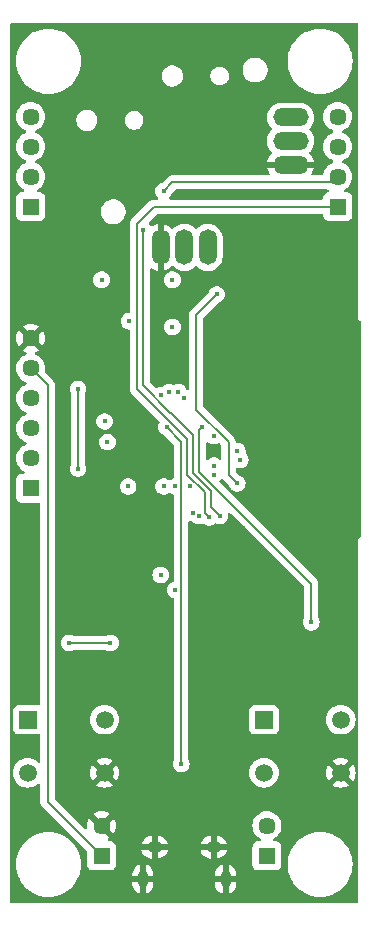
<source format=gbr>
%TF.GenerationSoftware,KiCad,Pcbnew,8.0.2*%
%TF.CreationDate,2024-07-02T20:29:51-04:00*%
%TF.ProjectId,HackerMouseProject,4861636b-6572-44d6-9f75-736550726f6a,rev?*%
%TF.SameCoordinates,Original*%
%TF.FileFunction,Copper,L3,Inr*%
%TF.FilePolarity,Positive*%
%FSLAX46Y46*%
G04 Gerber Fmt 4.6, Leading zero omitted, Abs format (unit mm)*
G04 Created by KiCad (PCBNEW 8.0.2) date 2024-07-02 20:29:51*
%MOMM*%
%LPD*%
G01*
G04 APERTURE LIST*
%TA.AperFunction,ComponentPad*%
%ADD10R,1.450000X1.450000*%
%TD*%
%TA.AperFunction,ComponentPad*%
%ADD11C,1.450000*%
%TD*%
%TA.AperFunction,ComponentPad*%
%ADD12O,3.000000X1.500000*%
%TD*%
%TA.AperFunction,ComponentPad*%
%ADD13O,1.500000X3.000000*%
%TD*%
%TA.AperFunction,ComponentPad*%
%ADD14R,1.498000X1.498000*%
%TD*%
%TA.AperFunction,ComponentPad*%
%ADD15C,1.498000*%
%TD*%
%TA.AperFunction,ComponentPad*%
%ADD16O,0.775000X1.550000*%
%TD*%
%TA.AperFunction,ComponentPad*%
%ADD17O,1.300000X0.950000*%
%TD*%
%TA.AperFunction,ViaPad*%
%ADD18C,0.400000*%
%TD*%
%TA.AperFunction,ViaPad*%
%ADD19C,0.350000*%
%TD*%
%TA.AperFunction,Conductor*%
%ADD20C,0.200000*%
%TD*%
G04 APERTURE END LIST*
D10*
%TO.N,+5V*%
%TO.C,J6*%
X168000000Y-104770000D03*
D11*
%TO.N,GND*%
X168000000Y-102230000D03*
%TD*%
D12*
%TO.N,/JOY_X*%
%TO.C,S1*%
X184000000Y-44250000D03*
%TO.N,GND*%
X184000000Y-46250000D03*
%TO.N,+3V3*%
X184000000Y-42250000D03*
D13*
%TO.N,/JOY_Y*%
X175000000Y-53250000D03*
%TO.N,+3V3*%
X177000000Y-53250000D03*
%TO.N,GND*%
X173000000Y-53250000D03*
%TD*%
D10*
%TO.N,/GPIO21*%
%TO.C,J5*%
X162000000Y-49810000D03*
D11*
%TO.N,/GPIO33*%
X162000000Y-47270000D03*
%TO.N,/GPIO34*%
X162000000Y-44730000D03*
%TO.N,/GPIO35*%
X162000000Y-42190000D03*
%TD*%
D14*
%TO.N,/BOOT*%
%TO.C,SW3*%
X161750000Y-93250000D03*
D15*
%TO.N,unconnected-(SW3-Pad2)*%
X168250000Y-93250000D03*
%TO.N,unconnected-(SW3-Pad3)*%
X161750000Y-97750000D03*
%TO.N,GND*%
X168250000Y-97750000D03*
%TD*%
D10*
%TO.N,/GPIO36*%
%TO.C,J4*%
X188000000Y-49810000D03*
D11*
%TO.N,/GPIO37*%
X188000000Y-47270000D03*
%TO.N,/GPIO38*%
X188000000Y-44730000D03*
%TO.N,/GPIO45*%
X188000000Y-42190000D03*
%TD*%
D14*
%TO.N,Net-(R1-Pad2)*%
%TO.C,SW1*%
X181750000Y-93250000D03*
D15*
%TO.N,unconnected-(SW1-Pad2)*%
X188250000Y-93250000D03*
%TO.N,unconnected-(SW1-Pad3)*%
X181750000Y-97750000D03*
%TO.N,GND*%
X188250000Y-97750000D03*
%TD*%
D16*
%TO.N,GND*%
%TO.C,J1*%
X171500000Y-106750000D03*
X178500000Y-106750000D03*
D17*
X172500000Y-104050000D03*
X177500000Y-104050000D03*
%TD*%
D10*
%TO.N,/ESP_RX*%
%TO.C,J2*%
X182000000Y-104770000D03*
D11*
%TO.N,/ESP_TX*%
X182000000Y-102230000D03*
%TD*%
D10*
%TO.N,/CS1*%
%TO.C,J3*%
X162000000Y-73650000D03*
D11*
%TO.N,/SCK*%
X162000000Y-71110000D03*
%TO.N,/MOSI*%
X162000000Y-68570000D03*
%TO.N,/MISO*%
X162000000Y-66030000D03*
%TO.N,+5V*%
X162000000Y-63490000D03*
%TO.N,GND*%
X162000000Y-60950000D03*
%TD*%
D18*
%TO.N,GND*%
X183000000Y-35500000D03*
X161250000Y-58750000D03*
X186000000Y-79250000D03*
X184000000Y-62750000D03*
X180500000Y-56750000D03*
X176610000Y-91610000D03*
X161750000Y-85000000D03*
X170500000Y-102250000D03*
X177250000Y-64250000D03*
X178750000Y-63000000D03*
X170500000Y-99500000D03*
X170260000Y-95220000D03*
X186500000Y-54750000D03*
X185000000Y-74500000D03*
X180000000Y-91750000D03*
X182500000Y-62750000D03*
X186750000Y-69000000D03*
X185500000Y-70750000D03*
X174500000Y-46750000D03*
X178500000Y-65000000D03*
X184250000Y-69250000D03*
X176000000Y-45250000D03*
X168750000Y-83000000D03*
X176150000Y-86070000D03*
X184250000Y-52500000D03*
X168000000Y-79000000D03*
X182750000Y-87250000D03*
X184000000Y-71250000D03*
X176960000Y-93150000D03*
X172500000Y-68750000D03*
X185250000Y-69250000D03*
X178500000Y-65750000D03*
X183250000Y-69250000D03*
X161000000Y-53250000D03*
X181750000Y-62000000D03*
X177750000Y-98500000D03*
X161750000Y-83500000D03*
X188000000Y-74750000D03*
X172500000Y-69750000D03*
X185500000Y-65750000D03*
X186500000Y-65500000D03*
X184500000Y-65000000D03*
X184250000Y-62000000D03*
X181250000Y-58000000D03*
X164250000Y-63500000D03*
X178000000Y-43500000D03*
X189500000Y-66000000D03*
X161000000Y-56250000D03*
X176350000Y-84390000D03*
X188500000Y-67250000D03*
X179500000Y-62250000D03*
X183500000Y-75000000D03*
X182250000Y-65000000D03*
X187500000Y-70750000D03*
X179250000Y-65000000D03*
X185500000Y-53500000D03*
X184500000Y-56750000D03*
X180250000Y-59250000D03*
X165750000Y-48750000D03*
X178500000Y-66500000D03*
X173180000Y-85080000D03*
X161610000Y-100350000D03*
X182250000Y-95500000D03*
X172500000Y-71750000D03*
X185250000Y-77250000D03*
X180000000Y-67250000D03*
X188000000Y-78750000D03*
X182000000Y-59250000D03*
X185500000Y-55500000D03*
X188000000Y-85250000D03*
X165020000Y-93740000D03*
X181500000Y-87500000D03*
X178500000Y-67250000D03*
X166000000Y-56750000D03*
X181500000Y-70250000D03*
X181500000Y-65750000D03*
X169500000Y-36000000D03*
X181500000Y-48750000D03*
X185500000Y-62750000D03*
X185500000Y-62000000D03*
X174750000Y-50750000D03*
X161750000Y-77750000D03*
X164500000Y-71750000D03*
X181500000Y-72250000D03*
X179500000Y-58000000D03*
X186000000Y-73500000D03*
X185500000Y-75000000D03*
X186500000Y-56750000D03*
X182000000Y-100000000D03*
X164500000Y-41500000D03*
X180750000Y-65750000D03*
X188750000Y-55000000D03*
X188000000Y-80750000D03*
X184750000Y-62750000D03*
X188500000Y-65500000D03*
X164250000Y-62000000D03*
X167750000Y-44500000D03*
X181500000Y-68750000D03*
X183500000Y-55750000D03*
X188500000Y-69000000D03*
X179750000Y-94250000D03*
X186000000Y-65000000D03*
X165750000Y-45500000D03*
X183250000Y-60750000D03*
X185500000Y-74000000D03*
X176500000Y-82500000D03*
X180750000Y-65000000D03*
X180000000Y-77000000D03*
X186250000Y-52500000D03*
X168750000Y-85250000D03*
X185000000Y-71250000D03*
X187500000Y-65500000D03*
X178750000Y-62250000D03*
X169500000Y-40000000D03*
X186000000Y-95500000D03*
X180250000Y-40500000D03*
X175500000Y-76750000D03*
X178500000Y-59250000D03*
X178000000Y-63500000D03*
X183000000Y-58000000D03*
X178250000Y-102000000D03*
X183500000Y-53500000D03*
X181000000Y-69750000D03*
X168000000Y-77000000D03*
X178000000Y-62750000D03*
X188200000Y-72250000D03*
X182500000Y-56750000D03*
X169000000Y-52750000D03*
X167500000Y-65500000D03*
X186750000Y-67250000D03*
X181500000Y-55750000D03*
X187500000Y-53750000D03*
X186500000Y-70750000D03*
X177500000Y-70500000D03*
X176750000Y-80750000D03*
X186000000Y-98250000D03*
X181500000Y-71250000D03*
X162310000Y-101510000D03*
X172500000Y-39000000D03*
X180000000Y-72250000D03*
X182234959Y-69225614D03*
X184500000Y-54500000D03*
X185500000Y-73000000D03*
X182500000Y-54500000D03*
X187500000Y-55750000D03*
X164500000Y-70000000D03*
X183250000Y-62750000D03*
X180500000Y-71750000D03*
X181750000Y-62750000D03*
X168000000Y-71500000D03*
X186000000Y-70250000D03*
X161750000Y-80750000D03*
X173640000Y-91060000D03*
X175710000Y-87410000D03*
X186000000Y-101250000D03*
X181500000Y-65000000D03*
X189000000Y-65000000D03*
X184000000Y-74500000D03*
X185250000Y-51500000D03*
X178500000Y-60750000D03*
X183250000Y-76750000D03*
X169750000Y-55250000D03*
X188000000Y-89000000D03*
X168000000Y-59000000D03*
X182000000Y-107750000D03*
X185500000Y-69750000D03*
X169000000Y-47500000D03*
X185250000Y-65000000D03*
X168500000Y-107500000D03*
X169000000Y-75000000D03*
X183000000Y-71250000D03*
X181250000Y-88750000D03*
D19*
X189750000Y-61620000D03*
D18*
X183750000Y-65000000D03*
X182000000Y-72750000D03*
X188000000Y-77000000D03*
X180000000Y-65000000D03*
X188000000Y-90750000D03*
X183000000Y-65000000D03*
X179500000Y-63000000D03*
X182500000Y-75000000D03*
X188000000Y-82750000D03*
X167500000Y-37250000D03*
X188250000Y-73250000D03*
X175710000Y-87410000D03*
X173000000Y-42000000D03*
X177250000Y-63500000D03*
X184000000Y-59250000D03*
X179250000Y-65750000D03*
X183000000Y-74500000D03*
X165630000Y-99940000D03*
X185250000Y-58000000D03*
X188000000Y-75750000D03*
X175750000Y-77750000D03*
X188250000Y-71250000D03*
X188000000Y-65000000D03*
X170750000Y-75000000D03*
X183000000Y-62000000D03*
X172500000Y-72500000D03*
X171500000Y-67000000D03*
X184500000Y-75000000D03*
X183000000Y-80750000D03*
X180000000Y-51250000D03*
X168750000Y-81500000D03*
X182000000Y-71750000D03*
X161750000Y-79500000D03*
X164500000Y-65000000D03*
X165870000Y-97640000D03*
X188000000Y-87250000D03*
X161750000Y-82000000D03*
X180500000Y-70750000D03*
X183000000Y-82750000D03*
X172970000Y-92830000D03*
X181500000Y-67250000D03*
X175250000Y-49000000D03*
X187000000Y-65000000D03*
%TO.N,+3V3*%
X177500000Y-72500000D03*
X168750000Y-86750000D03*
X177500000Y-69250000D03*
X165250000Y-86750000D03*
X166000000Y-65250000D03*
X166000000Y-72000000D03*
%TO.N,/RESET*%
X176500000Y-68500000D03*
X185750000Y-85000000D03*
%TO.N,/GPIO34*%
X175750000Y-75750000D03*
%TO.N,/GPIO33*%
X175500000Y-73500000D03*
%TO.N,/GPIO21*%
X170250000Y-73500000D03*
%TO.N,/GPIO35*%
X176250000Y-76000000D03*
%TO.N,/GPIO36*%
X177113910Y-76113910D03*
%TO.N,/GPIO45*%
X179500000Y-70500000D03*
%TO.N,/GPIO37*%
X173250000Y-48500000D03*
X178000000Y-76000000D03*
X171500000Y-51750000D03*
%TO.N,/GPIO38*%
X177750000Y-57250000D03*
X179500000Y-73250000D03*
%TO.N,/MISO*%
X168250000Y-68000000D03*
%TO.N,/CS1*%
X168500000Y-69750000D03*
%TO.N,/ESP_RX*%
X179750000Y-71250000D03*
%TO.N,/ESP_TX*%
X177500000Y-71750000D03*
%TO.N,/BOOT*%
X174750000Y-97000000D03*
X173500000Y-68500000D03*
%TO.N,/BUT_1*%
X174000000Y-56000000D03*
X173750000Y-65500000D03*
X174000000Y-60000000D03*
%TO.N,/BUT_2*%
X170337500Y-59500000D03*
X173000000Y-65750000D03*
X168000000Y-56000000D03*
%TO.N,/JOY_Y*%
X174500000Y-65500000D03*
%TO.N,/JOY_X*%
X175000000Y-66000000D03*
%TO.N,/SPICS0*%
X173000000Y-81000000D03*
X173250000Y-73500000D03*
%TO.N,/SPIQ*%
X174250000Y-73500000D03*
X174250000Y-82250000D03*
%TD*%
D20*
%TO.N,+3V3*%
X166000000Y-72000000D02*
X166000000Y-65250000D01*
X168750000Y-86750000D02*
X165250000Y-86750000D01*
%TO.N,+5V*%
X163425000Y-64915000D02*
X162000000Y-63490000D01*
X163425000Y-100195000D02*
X163425000Y-64915000D01*
X168000000Y-104770000D02*
X163425000Y-100195000D01*
%TO.N,/RESET*%
X185750000Y-81750000D02*
X185750000Y-85000000D01*
X176250000Y-72250000D02*
X185750000Y-81750000D01*
X176250000Y-68750000D02*
X176250000Y-72250000D01*
X176500000Y-68500000D02*
X176250000Y-68750000D01*
%TO.N,/GPIO36*%
X171000000Y-51250000D02*
X172440000Y-49810000D01*
X172440000Y-49810000D02*
X188000000Y-49810000D01*
X177113910Y-76113910D02*
X176750000Y-75750000D01*
X171000000Y-65250000D02*
X171000000Y-51250000D01*
X175250000Y-69500000D02*
X171000000Y-65250000D01*
X176750000Y-74000000D02*
X175250000Y-72500000D01*
X175250000Y-72500000D02*
X175250000Y-69500000D01*
X176750000Y-75750000D02*
X176750000Y-74000000D01*
%TO.N,/GPIO37*%
X171500000Y-64921752D02*
X173828248Y-67250000D01*
X175750000Y-69153984D02*
X175750000Y-72403984D01*
X177250000Y-75250000D02*
X178000000Y-76000000D01*
X177250000Y-73903984D02*
X177250000Y-75250000D01*
X171500000Y-51750000D02*
X171500000Y-64921752D01*
X174000000Y-47750000D02*
X173250000Y-48500000D01*
X173846016Y-67250000D02*
X175750000Y-69153984D01*
X173828248Y-67250000D02*
X173846016Y-67250000D01*
X175750000Y-72403984D02*
X177250000Y-73903984D01*
X188000000Y-47270000D02*
X187520000Y-47750000D01*
X187520000Y-47750000D02*
X174000000Y-47750000D01*
%TO.N,/GPIO38*%
X178750000Y-72500000D02*
X179500000Y-73250000D01*
X176000000Y-67000000D02*
X178750000Y-69750000D01*
X177750000Y-57250000D02*
X176000000Y-59000000D01*
X178750000Y-69750000D02*
X178750000Y-72500000D01*
X176000000Y-59000000D02*
X176000000Y-67000000D01*
%TO.N,/BOOT*%
X174750000Y-69750000D02*
X174750000Y-97000000D01*
X173500000Y-68500000D02*
X174750000Y-69750000D01*
%TD*%
%TA.AperFunction,Conductor*%
%TO.N,GND*%
G36*
X177055703Y-69792254D02*
G01*
X177056595Y-69793036D01*
X177085822Y-69818928D01*
X177099150Y-69830736D01*
X177228279Y-69898508D01*
X177249775Y-69909790D01*
X177414944Y-69950500D01*
X177585056Y-69950500D01*
X177750225Y-69909790D01*
X177872954Y-69845375D01*
X177941457Y-69831651D01*
X178006510Y-69857143D01*
X178018257Y-69867492D01*
X178113181Y-69962416D01*
X178146666Y-70023739D01*
X178149500Y-70050097D01*
X178149500Y-71114032D01*
X178129815Y-71181071D01*
X178077011Y-71226826D01*
X178007853Y-71236770D01*
X177944297Y-71207745D01*
X177943273Y-71206848D01*
X177900849Y-71169263D01*
X177750226Y-71090210D01*
X177585056Y-71049500D01*
X177414944Y-71049500D01*
X177249773Y-71090210D01*
X177099150Y-71169263D01*
X177056727Y-71206848D01*
X176993494Y-71236569D01*
X176924230Y-71227385D01*
X176870927Y-71182213D01*
X176850507Y-71115394D01*
X176850500Y-71114032D01*
X176850500Y-69885967D01*
X176870185Y-69818928D01*
X176922989Y-69773173D01*
X176992147Y-69763229D01*
X177055703Y-69792254D01*
G37*
%TD.AperFunction*%
%TA.AperFunction,Conductor*%
G36*
X187191831Y-48370185D02*
G01*
X187237586Y-48422989D01*
X187247530Y-48492147D01*
X187218505Y-48555703D01*
X187168125Y-48590682D01*
X187032671Y-48641202D01*
X187032664Y-48641206D01*
X186917455Y-48727452D01*
X186917452Y-48727455D01*
X186831206Y-48842664D01*
X186831202Y-48842671D01*
X186780908Y-48977517D01*
X186774501Y-49037116D01*
X186774501Y-49037123D01*
X186774500Y-49037135D01*
X186774500Y-49085500D01*
X186754815Y-49152539D01*
X186702011Y-49198294D01*
X186650500Y-49209500D01*
X173832467Y-49209500D01*
X173765428Y-49189815D01*
X173719673Y-49137011D01*
X173709729Y-49067853D01*
X173738754Y-49004297D01*
X173750240Y-48992685D01*
X173767361Y-48977516D01*
X173778183Y-48967929D01*
X173874818Y-48827930D01*
X173928621Y-48686060D01*
X173956876Y-48642357D01*
X174212417Y-48386816D01*
X174273739Y-48353334D01*
X174300097Y-48350500D01*
X187124792Y-48350500D01*
X187191831Y-48370185D01*
G37*
%TD.AperFunction*%
%TA.AperFunction,Conductor*%
G36*
X189692539Y-34270185D02*
G01*
X189738294Y-34322989D01*
X189749500Y-34374500D01*
X189749500Y-59299829D01*
X189787636Y-59391897D01*
X189858103Y-59462364D01*
X189923452Y-59489432D01*
X189977856Y-59533273D01*
X189999921Y-59599567D01*
X190000000Y-59603993D01*
X190000000Y-77646006D01*
X189980315Y-77713045D01*
X189927511Y-77758800D01*
X189923453Y-77760567D01*
X189858102Y-77787636D01*
X189787636Y-77858102D01*
X189749500Y-77950170D01*
X189749500Y-93212890D01*
X189739249Y-93247799D01*
X189747069Y-93262677D01*
X189749500Y-93287109D01*
X189749500Y-97718629D01*
X189741411Y-97746174D01*
X189747069Y-97756938D01*
X189749500Y-97781370D01*
X189749500Y-108625500D01*
X189729815Y-108692539D01*
X189677011Y-108738294D01*
X189625500Y-108749500D01*
X160374500Y-108749500D01*
X160307461Y-108729815D01*
X160261706Y-108677011D01*
X160250500Y-108625500D01*
X160250500Y-105500000D01*
X160744473Y-105500000D01*
X160764563Y-105832136D01*
X160764563Y-105832141D01*
X160764564Y-105832142D01*
X160824544Y-106159441D01*
X160824545Y-106159445D01*
X160824546Y-106159449D01*
X160923530Y-106477104D01*
X160923534Y-106477116D01*
X160923537Y-106477123D01*
X161060102Y-106780557D01*
X161192760Y-107000000D01*
X161232251Y-107065326D01*
X161437460Y-107327255D01*
X161672744Y-107562539D01*
X161934673Y-107767748D01*
X161934678Y-107767751D01*
X161934682Y-107767754D01*
X162219443Y-107939898D01*
X162522877Y-108076463D01*
X162522890Y-108076467D01*
X162522895Y-108076469D01*
X162734665Y-108142458D01*
X162840559Y-108175456D01*
X163167858Y-108235436D01*
X163500000Y-108255527D01*
X163832142Y-108235436D01*
X164159441Y-108175456D01*
X164477123Y-108076463D01*
X164780557Y-107939898D01*
X165065318Y-107767754D01*
X165327252Y-107562542D01*
X165562542Y-107327252D01*
X165767754Y-107065318D01*
X165939898Y-106780557D01*
X166076463Y-106477123D01*
X166139420Y-106275084D01*
X170612500Y-106275084D01*
X170612500Y-106500000D01*
X171250000Y-106500000D01*
X171250000Y-107000000D01*
X170612500Y-107000000D01*
X170612500Y-107224915D01*
X170646604Y-107396366D01*
X170646606Y-107396374D01*
X170713506Y-107557886D01*
X170713511Y-107557895D01*
X170810633Y-107703247D01*
X170810636Y-107703251D01*
X170934248Y-107826863D01*
X170934252Y-107826866D01*
X171079604Y-107923988D01*
X171079617Y-107923995D01*
X171241120Y-107990891D01*
X171241128Y-107990893D01*
X171250000Y-107992658D01*
X171250000Y-107124728D01*
X171288060Y-107216614D01*
X171358386Y-107286940D01*
X171450272Y-107325000D01*
X171549728Y-107325000D01*
X171641614Y-107286940D01*
X171711940Y-107216614D01*
X171750000Y-107124728D01*
X171750000Y-107992657D01*
X171758871Y-107990893D01*
X171758879Y-107990891D01*
X171920382Y-107923995D01*
X171920395Y-107923988D01*
X172065747Y-107826866D01*
X172065751Y-107826863D01*
X172189363Y-107703251D01*
X172189366Y-107703247D01*
X172286488Y-107557895D01*
X172286493Y-107557886D01*
X172353393Y-107396374D01*
X172353395Y-107396366D01*
X172387499Y-107224915D01*
X172387500Y-107224912D01*
X172387500Y-107000000D01*
X171750000Y-107000000D01*
X171750000Y-106500000D01*
X172387500Y-106500000D01*
X172387500Y-106275088D01*
X172387499Y-106275084D01*
X177612500Y-106275084D01*
X177612500Y-106500000D01*
X178250000Y-106500000D01*
X178250000Y-107000000D01*
X177612500Y-107000000D01*
X177612500Y-107224915D01*
X177646604Y-107396366D01*
X177646606Y-107396374D01*
X177713506Y-107557886D01*
X177713511Y-107557895D01*
X177810633Y-107703247D01*
X177810636Y-107703251D01*
X177934248Y-107826863D01*
X177934252Y-107826866D01*
X178079604Y-107923988D01*
X178079617Y-107923995D01*
X178241120Y-107990891D01*
X178241128Y-107990893D01*
X178250000Y-107992658D01*
X178250000Y-107124728D01*
X178288060Y-107216614D01*
X178358386Y-107286940D01*
X178450272Y-107325000D01*
X178549728Y-107325000D01*
X178641614Y-107286940D01*
X178711940Y-107216614D01*
X178750000Y-107124728D01*
X178750000Y-107992657D01*
X178758871Y-107990893D01*
X178758879Y-107990891D01*
X178920382Y-107923995D01*
X178920395Y-107923988D01*
X179065747Y-107826866D01*
X179065751Y-107826863D01*
X179189363Y-107703251D01*
X179189366Y-107703247D01*
X179286488Y-107557895D01*
X179286493Y-107557886D01*
X179353393Y-107396374D01*
X179353395Y-107396366D01*
X179387499Y-107224915D01*
X179387500Y-107224912D01*
X179387500Y-107000000D01*
X178750000Y-107000000D01*
X178750000Y-106500000D01*
X179387500Y-106500000D01*
X179387500Y-106275088D01*
X179387499Y-106275084D01*
X179353395Y-106103633D01*
X179353393Y-106103625D01*
X179286493Y-105942113D01*
X179286488Y-105942104D01*
X179189366Y-105796752D01*
X179189363Y-105796748D01*
X179065751Y-105673136D01*
X179065747Y-105673133D01*
X178920395Y-105576011D01*
X178920385Y-105576006D01*
X178758871Y-105509105D01*
X178750000Y-105507339D01*
X178750000Y-106375272D01*
X178711940Y-106283386D01*
X178641614Y-106213060D01*
X178549728Y-106175000D01*
X178450272Y-106175000D01*
X178358386Y-106213060D01*
X178288060Y-106283386D01*
X178250000Y-106375272D01*
X178250000Y-105507340D01*
X178249999Y-105507339D01*
X178241128Y-105509105D01*
X178079614Y-105576006D01*
X178079604Y-105576011D01*
X177934252Y-105673133D01*
X177934248Y-105673136D01*
X177810636Y-105796748D01*
X177810633Y-105796752D01*
X177713511Y-105942104D01*
X177713506Y-105942113D01*
X177646606Y-106103625D01*
X177646604Y-106103633D01*
X177612500Y-106275084D01*
X172387499Y-106275084D01*
X172353395Y-106103633D01*
X172353393Y-106103625D01*
X172286493Y-105942113D01*
X172286488Y-105942104D01*
X172189366Y-105796752D01*
X172189363Y-105796748D01*
X172065751Y-105673136D01*
X172065747Y-105673133D01*
X171920395Y-105576011D01*
X171920385Y-105576006D01*
X171758871Y-105509105D01*
X171750000Y-105507339D01*
X171750000Y-106375272D01*
X171711940Y-106283386D01*
X171641614Y-106213060D01*
X171549728Y-106175000D01*
X171450272Y-106175000D01*
X171358386Y-106213060D01*
X171288060Y-106283386D01*
X171250000Y-106375272D01*
X171250000Y-105507340D01*
X171249999Y-105507339D01*
X171241128Y-105509105D01*
X171079614Y-105576006D01*
X171079604Y-105576011D01*
X170934252Y-105673133D01*
X170934248Y-105673136D01*
X170810636Y-105796748D01*
X170810633Y-105796752D01*
X170713511Y-105942104D01*
X170713506Y-105942113D01*
X170646606Y-106103625D01*
X170646604Y-106103633D01*
X170612500Y-106275084D01*
X166139420Y-106275084D01*
X166175456Y-106159441D01*
X166235436Y-105832142D01*
X166255527Y-105500000D01*
X166235436Y-105167858D01*
X166175456Y-104840559D01*
X166076463Y-104522877D01*
X165939898Y-104219443D01*
X165767754Y-103934682D01*
X165767751Y-103934678D01*
X165767748Y-103934673D01*
X165562539Y-103672744D01*
X165327255Y-103437460D01*
X165065326Y-103232251D01*
X164988758Y-103185964D01*
X164780557Y-103060102D01*
X164477123Y-102923537D01*
X164477116Y-102923534D01*
X164477104Y-102923530D01*
X164159449Y-102824546D01*
X164159445Y-102824545D01*
X164159441Y-102824544D01*
X163832142Y-102764564D01*
X163832141Y-102764563D01*
X163832136Y-102764563D01*
X163500000Y-102744473D01*
X163167863Y-102764563D01*
X163167858Y-102764564D01*
X162840559Y-102824544D01*
X162840556Y-102824544D01*
X162840550Y-102824546D01*
X162522895Y-102923530D01*
X162522879Y-102923536D01*
X162522877Y-102923537D01*
X162329656Y-103010498D01*
X162219447Y-103060100D01*
X162219445Y-103060101D01*
X161934673Y-103232251D01*
X161672744Y-103437460D01*
X161437460Y-103672744D01*
X161232251Y-103934673D01*
X161194496Y-103997128D01*
X161060102Y-104219443D01*
X160928504Y-104511842D01*
X160923536Y-104522880D01*
X160923530Y-104522895D01*
X160824546Y-104840550D01*
X160824544Y-104840556D01*
X160824544Y-104840559D01*
X160797610Y-104987531D01*
X160764563Y-105167863D01*
X160744473Y-105500000D01*
X160250500Y-105500000D01*
X160250500Y-97787109D01*
X160260750Y-97752199D01*
X160257387Y-97745801D01*
X160489381Y-97745801D01*
X160493477Y-97752174D01*
X160498028Y-97776302D01*
X160514781Y-97967796D01*
X160514783Y-97967807D01*
X160571366Y-98178979D01*
X160571368Y-98178983D01*
X160571369Y-98178987D01*
X160663649Y-98376882D01*
X160663768Y-98377137D01*
X160663770Y-98377141D01*
X160789167Y-98556226D01*
X160789172Y-98556232D01*
X160943767Y-98710827D01*
X160943773Y-98710832D01*
X161122858Y-98836229D01*
X161122860Y-98836230D01*
X161122863Y-98836232D01*
X161321013Y-98928631D01*
X161532198Y-98985218D01*
X161687770Y-98998828D01*
X161749998Y-99004273D01*
X161750000Y-99004273D01*
X161750002Y-99004273D01*
X161804450Y-98999509D01*
X161967802Y-98985218D01*
X162178987Y-98928631D01*
X162377137Y-98836232D01*
X162556231Y-98710829D01*
X162612819Y-98654241D01*
X162674142Y-98620756D01*
X162743834Y-98625740D01*
X162799767Y-98667612D01*
X162824184Y-98733076D01*
X162824500Y-98741922D01*
X162824500Y-100108330D01*
X162824499Y-100108348D01*
X162824499Y-100274054D01*
X162824498Y-100274054D01*
X162865423Y-100426785D01*
X162894358Y-100476900D01*
X162894359Y-100476904D01*
X162894360Y-100476904D01*
X162944479Y-100563714D01*
X162944481Y-100563717D01*
X163063349Y-100682585D01*
X163063355Y-100682590D01*
X166738181Y-104357416D01*
X166771666Y-104418739D01*
X166774500Y-104445097D01*
X166774500Y-105542870D01*
X166774501Y-105542876D01*
X166780908Y-105602483D01*
X166831202Y-105737328D01*
X166831206Y-105737335D01*
X166917452Y-105852544D01*
X166917455Y-105852547D01*
X167032664Y-105938793D01*
X167032671Y-105938797D01*
X167167517Y-105989091D01*
X167167516Y-105989091D01*
X167174444Y-105989835D01*
X167227127Y-105995500D01*
X168772872Y-105995499D01*
X168832483Y-105989091D01*
X168967331Y-105938796D01*
X169082546Y-105852546D01*
X169168796Y-105737331D01*
X169219091Y-105602483D01*
X169225500Y-105542873D01*
X169225499Y-103997128D01*
X169219091Y-103937517D01*
X169218030Y-103934673D01*
X169168797Y-103802671D01*
X169168793Y-103802664D01*
X169166799Y-103800000D01*
X171380626Y-103800000D01*
X172209943Y-103800000D01*
X172169225Y-103816866D01*
X172091866Y-103894225D01*
X172050000Y-103995299D01*
X172050000Y-104104701D01*
X172091866Y-104205775D01*
X172169225Y-104283134D01*
X172209943Y-104300000D01*
X171380626Y-104300000D01*
X171387466Y-104334389D01*
X171387468Y-104334397D01*
X171460964Y-104511833D01*
X171460969Y-104511842D01*
X171567667Y-104671526D01*
X171567670Y-104671530D01*
X171703469Y-104807329D01*
X171703473Y-104807332D01*
X171863157Y-104914030D01*
X171863166Y-104914035D01*
X172040602Y-104987531D01*
X172040610Y-104987533D01*
X172228966Y-105024999D01*
X172228970Y-105025000D01*
X172250000Y-105025000D01*
X172250000Y-104316591D01*
X172270299Y-104325000D01*
X172729701Y-104325000D01*
X172750000Y-104316591D01*
X172750000Y-105025000D01*
X172771030Y-105025000D01*
X172771033Y-105024999D01*
X172959389Y-104987533D01*
X172959397Y-104987531D01*
X173136833Y-104914035D01*
X173136842Y-104914030D01*
X173296526Y-104807332D01*
X173296530Y-104807329D01*
X173432329Y-104671530D01*
X173432332Y-104671526D01*
X173539030Y-104511842D01*
X173539035Y-104511833D01*
X173612531Y-104334397D01*
X173612533Y-104334389D01*
X173619374Y-104300000D01*
X172790057Y-104300000D01*
X172830775Y-104283134D01*
X172908134Y-104205775D01*
X172950000Y-104104701D01*
X172950000Y-103995299D01*
X172908134Y-103894225D01*
X172830775Y-103816866D01*
X172790057Y-103800000D01*
X173619374Y-103800000D01*
X176380626Y-103800000D01*
X177209943Y-103800000D01*
X177169225Y-103816866D01*
X177091866Y-103894225D01*
X177050000Y-103995299D01*
X177050000Y-104104701D01*
X177091866Y-104205775D01*
X177169225Y-104283134D01*
X177209943Y-104300000D01*
X176380626Y-104300000D01*
X176387466Y-104334389D01*
X176387468Y-104334397D01*
X176460964Y-104511833D01*
X176460969Y-104511842D01*
X176567667Y-104671526D01*
X176567670Y-104671530D01*
X176703469Y-104807329D01*
X176703473Y-104807332D01*
X176863157Y-104914030D01*
X176863166Y-104914035D01*
X177040602Y-104987531D01*
X177040610Y-104987533D01*
X177228966Y-105024999D01*
X177228970Y-105025000D01*
X177250000Y-105025000D01*
X177250000Y-104316591D01*
X177270299Y-104325000D01*
X177729701Y-104325000D01*
X177750000Y-104316591D01*
X177750000Y-105025000D01*
X177771030Y-105025000D01*
X177771033Y-105024999D01*
X177959389Y-104987533D01*
X177959397Y-104987531D01*
X178136833Y-104914035D01*
X178136842Y-104914030D01*
X178296526Y-104807332D01*
X178296530Y-104807329D01*
X178432329Y-104671530D01*
X178432332Y-104671526D01*
X178539030Y-104511842D01*
X178539035Y-104511833D01*
X178612531Y-104334397D01*
X178612533Y-104334389D01*
X178619374Y-104300000D01*
X177790057Y-104300000D01*
X177830775Y-104283134D01*
X177908134Y-104205775D01*
X177950000Y-104104701D01*
X177950000Y-103995299D01*
X177908134Y-103894225D01*
X177830775Y-103816866D01*
X177790057Y-103800000D01*
X178619374Y-103800000D01*
X178612533Y-103765610D01*
X178612531Y-103765602D01*
X178539035Y-103588166D01*
X178539030Y-103588157D01*
X178432332Y-103428473D01*
X178432329Y-103428469D01*
X178296530Y-103292670D01*
X178296526Y-103292667D01*
X178136842Y-103185969D01*
X178136833Y-103185964D01*
X177959397Y-103112468D01*
X177959389Y-103112466D01*
X177771033Y-103075000D01*
X177750000Y-103075000D01*
X177750000Y-103783408D01*
X177729701Y-103775000D01*
X177270299Y-103775000D01*
X177250000Y-103783408D01*
X177250000Y-103075000D01*
X177228966Y-103075000D01*
X177040610Y-103112466D01*
X177040602Y-103112468D01*
X176863166Y-103185964D01*
X176863157Y-103185969D01*
X176703473Y-103292667D01*
X176703469Y-103292670D01*
X176567670Y-103428469D01*
X176567667Y-103428473D01*
X176460969Y-103588157D01*
X176460964Y-103588166D01*
X176387468Y-103765602D01*
X176387466Y-103765610D01*
X176380626Y-103800000D01*
X173619374Y-103800000D01*
X173612533Y-103765610D01*
X173612531Y-103765602D01*
X173539035Y-103588166D01*
X173539030Y-103588157D01*
X173432332Y-103428473D01*
X173432329Y-103428469D01*
X173296530Y-103292670D01*
X173296526Y-103292667D01*
X173136842Y-103185969D01*
X173136833Y-103185964D01*
X172959397Y-103112468D01*
X172959389Y-103112466D01*
X172771033Y-103075000D01*
X172750000Y-103075000D01*
X172750000Y-103783408D01*
X172729701Y-103775000D01*
X172270299Y-103775000D01*
X172250000Y-103783408D01*
X172250000Y-103075000D01*
X172228966Y-103075000D01*
X172040610Y-103112466D01*
X172040602Y-103112468D01*
X171863166Y-103185964D01*
X171863157Y-103185969D01*
X171703473Y-103292667D01*
X171703469Y-103292670D01*
X171567670Y-103428469D01*
X171567667Y-103428473D01*
X171460969Y-103588157D01*
X171460964Y-103588166D01*
X171387468Y-103765602D01*
X171387466Y-103765610D01*
X171380626Y-103800000D01*
X169166799Y-103800000D01*
X169082547Y-103687455D01*
X169082544Y-103687452D01*
X168967335Y-103601206D01*
X168967328Y-103601202D01*
X168832482Y-103550908D01*
X168832483Y-103550908D01*
X168772883Y-103544501D01*
X168772881Y-103544500D01*
X168772873Y-103544500D01*
X168772865Y-103544500D01*
X168638969Y-103544500D01*
X168571930Y-103524815D01*
X168526175Y-103472011D01*
X168516231Y-103402853D01*
X168545256Y-103339297D01*
X168586564Y-103308118D01*
X168614839Y-103294933D01*
X168671621Y-103255173D01*
X168170234Y-102753787D01*
X168212292Y-102742518D01*
X168337708Y-102670110D01*
X168440110Y-102567708D01*
X168512518Y-102442292D01*
X168523787Y-102400234D01*
X169025173Y-102901621D01*
X169064933Y-102844839D01*
X169155518Y-102650576D01*
X169155522Y-102650567D01*
X169210995Y-102443537D01*
X169210997Y-102443527D01*
X169229679Y-102230000D01*
X169229679Y-102229999D01*
X169229679Y-102229998D01*
X180769819Y-102229998D01*
X180769819Y-102230001D01*
X180788507Y-102443613D01*
X180788509Y-102443624D01*
X180844005Y-102650739D01*
X180844007Y-102650743D01*
X180844008Y-102650747D01*
X180887713Y-102744473D01*
X180934631Y-102845090D01*
X180934632Y-102845091D01*
X181057627Y-103020745D01*
X181209255Y-103172373D01*
X181384909Y-103295368D01*
X181412252Y-103308118D01*
X181464691Y-103354288D01*
X181483845Y-103421481D01*
X181463631Y-103488363D01*
X181410467Y-103533698D01*
X181359850Y-103544500D01*
X181227130Y-103544500D01*
X181227123Y-103544501D01*
X181167516Y-103550908D01*
X181032671Y-103601202D01*
X181032664Y-103601206D01*
X180917455Y-103687452D01*
X180917452Y-103687455D01*
X180831206Y-103802664D01*
X180831202Y-103802671D01*
X180780908Y-103937517D01*
X180774501Y-103997116D01*
X180774501Y-103997123D01*
X180774500Y-103997135D01*
X180774500Y-105542870D01*
X180774501Y-105542876D01*
X180780908Y-105602483D01*
X180831202Y-105737328D01*
X180831206Y-105737335D01*
X180917452Y-105852544D01*
X180917455Y-105852547D01*
X181032664Y-105938793D01*
X181032671Y-105938797D01*
X181167517Y-105989091D01*
X181167516Y-105989091D01*
X181174444Y-105989835D01*
X181227127Y-105995500D01*
X182772872Y-105995499D01*
X182832483Y-105989091D01*
X182967331Y-105938796D01*
X183082546Y-105852546D01*
X183168796Y-105737331D01*
X183219091Y-105602483D01*
X183225500Y-105542873D01*
X183225500Y-105500000D01*
X183744473Y-105500000D01*
X183764563Y-105832136D01*
X183764563Y-105832141D01*
X183764564Y-105832142D01*
X183824544Y-106159441D01*
X183824545Y-106159445D01*
X183824546Y-106159449D01*
X183923530Y-106477104D01*
X183923534Y-106477116D01*
X183923537Y-106477123D01*
X184060102Y-106780557D01*
X184192760Y-107000000D01*
X184232251Y-107065326D01*
X184437460Y-107327255D01*
X184672744Y-107562539D01*
X184934673Y-107767748D01*
X184934678Y-107767751D01*
X184934682Y-107767754D01*
X185219443Y-107939898D01*
X185522877Y-108076463D01*
X185522890Y-108076467D01*
X185522895Y-108076469D01*
X185734665Y-108142458D01*
X185840559Y-108175456D01*
X186167858Y-108235436D01*
X186500000Y-108255527D01*
X186832142Y-108235436D01*
X187159441Y-108175456D01*
X187477123Y-108076463D01*
X187780557Y-107939898D01*
X188065318Y-107767754D01*
X188327252Y-107562542D01*
X188562542Y-107327252D01*
X188767754Y-107065318D01*
X188939898Y-106780557D01*
X189076463Y-106477123D01*
X189175456Y-106159441D01*
X189235436Y-105832142D01*
X189255527Y-105500000D01*
X189235436Y-105167858D01*
X189175456Y-104840559D01*
X189076463Y-104522877D01*
X188939898Y-104219443D01*
X188767754Y-103934682D01*
X188767751Y-103934678D01*
X188767748Y-103934673D01*
X188562539Y-103672744D01*
X188327255Y-103437460D01*
X188065326Y-103232251D01*
X187988758Y-103185964D01*
X187780557Y-103060102D01*
X187477123Y-102923537D01*
X187477116Y-102923534D01*
X187477104Y-102923530D01*
X187159449Y-102824546D01*
X187159445Y-102824545D01*
X187159441Y-102824544D01*
X186832142Y-102764564D01*
X186832141Y-102764563D01*
X186832136Y-102764563D01*
X186500000Y-102744473D01*
X186167863Y-102764563D01*
X186167858Y-102764564D01*
X185840559Y-102824544D01*
X185840556Y-102824544D01*
X185840550Y-102824546D01*
X185522895Y-102923530D01*
X185522879Y-102923536D01*
X185522877Y-102923537D01*
X185329656Y-103010498D01*
X185219447Y-103060100D01*
X185219445Y-103060101D01*
X184934673Y-103232251D01*
X184672744Y-103437460D01*
X184437460Y-103672744D01*
X184232251Y-103934673D01*
X184194496Y-103997128D01*
X184060102Y-104219443D01*
X183928504Y-104511842D01*
X183923536Y-104522880D01*
X183923530Y-104522895D01*
X183824546Y-104840550D01*
X183824544Y-104840556D01*
X183824544Y-104840559D01*
X183797610Y-104987531D01*
X183764563Y-105167863D01*
X183744473Y-105500000D01*
X183225500Y-105500000D01*
X183225499Y-103997128D01*
X183219091Y-103937517D01*
X183218030Y-103934673D01*
X183168797Y-103802671D01*
X183168793Y-103802664D01*
X183082547Y-103687455D01*
X183082544Y-103687452D01*
X182967335Y-103601206D01*
X182967328Y-103601202D01*
X182832482Y-103550908D01*
X182832483Y-103550908D01*
X182772883Y-103544501D01*
X182772881Y-103544500D01*
X182772873Y-103544500D01*
X182772865Y-103544500D01*
X182640152Y-103544500D01*
X182573113Y-103524815D01*
X182527358Y-103472011D01*
X182517414Y-103402853D01*
X182546439Y-103339297D01*
X182587746Y-103308119D01*
X182615091Y-103295368D01*
X182790745Y-103172373D01*
X182942373Y-103020745D01*
X183065368Y-102845091D01*
X183155992Y-102650747D01*
X183211492Y-102443619D01*
X183230181Y-102230000D01*
X183211492Y-102016381D01*
X183155992Y-101809253D01*
X183065368Y-101614910D01*
X182942373Y-101439255D01*
X182790745Y-101287627D01*
X182672492Y-101204825D01*
X182615090Y-101164631D01*
X182517919Y-101119320D01*
X182420747Y-101074008D01*
X182420743Y-101074007D01*
X182420739Y-101074005D01*
X182213624Y-101018509D01*
X182213620Y-101018508D01*
X182213619Y-101018508D01*
X182213618Y-101018507D01*
X182213613Y-101018507D01*
X182000002Y-100999819D01*
X181999998Y-100999819D01*
X181786386Y-101018507D01*
X181786375Y-101018509D01*
X181579260Y-101074005D01*
X181579251Y-101074009D01*
X181384910Y-101164631D01*
X181384908Y-101164632D01*
X181209259Y-101287623D01*
X181209253Y-101287628D01*
X181057628Y-101439253D01*
X181057623Y-101439259D01*
X180934632Y-101614908D01*
X180934631Y-101614910D01*
X180844009Y-101809251D01*
X180844005Y-101809260D01*
X180788509Y-102016375D01*
X180788507Y-102016386D01*
X180769819Y-102229998D01*
X169229679Y-102229998D01*
X169210997Y-102016472D01*
X169210995Y-102016462D01*
X169155522Y-101809432D01*
X169155518Y-101809423D01*
X169064933Y-101615162D01*
X169025172Y-101558379D01*
X168523787Y-102059764D01*
X168512518Y-102017708D01*
X168440110Y-101892292D01*
X168337708Y-101789890D01*
X168212292Y-101717482D01*
X168170235Y-101706212D01*
X168671621Y-101204826D01*
X168671620Y-101204825D01*
X168614840Y-101165067D01*
X168614838Y-101165066D01*
X168420576Y-101074481D01*
X168420567Y-101074477D01*
X168213537Y-101019004D01*
X168213527Y-101019002D01*
X168000001Y-101000321D01*
X167999999Y-101000321D01*
X167786472Y-101019002D01*
X167786462Y-101019004D01*
X167579432Y-101074477D01*
X167579423Y-101074481D01*
X167385162Y-101165066D01*
X167328378Y-101204826D01*
X167829765Y-101706212D01*
X167787708Y-101717482D01*
X167662292Y-101789890D01*
X167559890Y-101892292D01*
X167487482Y-102017708D01*
X167476212Y-102059765D01*
X166974826Y-101558378D01*
X166935066Y-101615162D01*
X166844481Y-101809423D01*
X166844477Y-101809432D01*
X166789004Y-102016462D01*
X166789002Y-102016472D01*
X166770321Y-102229999D01*
X166770321Y-102230000D01*
X166784836Y-102395903D01*
X166771070Y-102464403D01*
X166722454Y-102514586D01*
X166654426Y-102530520D01*
X166588582Y-102507145D01*
X166573627Y-102494392D01*
X164061819Y-99982584D01*
X164028334Y-99921261D01*
X164025500Y-99894903D01*
X164025500Y-97749999D01*
X166996229Y-97749999D01*
X166996229Y-97750000D01*
X167015276Y-97967710D01*
X167015278Y-97967720D01*
X167071838Y-98178807D01*
X167071843Y-98178821D01*
X167164200Y-98376882D01*
X167164201Y-98376884D01*
X167207592Y-98438853D01*
X167771119Y-97875326D01*
X167788734Y-97941063D01*
X167853902Y-98053937D01*
X167946063Y-98146098D01*
X168058937Y-98211266D01*
X168124672Y-98228880D01*
X167561145Y-98792406D01*
X167623115Y-98835798D01*
X167623117Y-98835799D01*
X167821178Y-98928156D01*
X167821192Y-98928161D01*
X168032279Y-98984721D01*
X168032289Y-98984723D01*
X168249999Y-99003771D01*
X168250001Y-99003771D01*
X168467710Y-98984723D01*
X168467720Y-98984721D01*
X168678807Y-98928161D01*
X168678821Y-98928156D01*
X168876883Y-98835799D01*
X168876890Y-98835795D01*
X168938853Y-98792406D01*
X168375327Y-98228879D01*
X168441063Y-98211266D01*
X168553937Y-98146098D01*
X168646098Y-98053937D01*
X168711266Y-97941063D01*
X168728880Y-97875327D01*
X169292406Y-98438853D01*
X169335795Y-98376890D01*
X169335799Y-98376883D01*
X169428156Y-98178821D01*
X169428161Y-98178807D01*
X169484721Y-97967720D01*
X169484723Y-97967710D01*
X169503771Y-97750000D01*
X169503771Y-97749999D01*
X169503771Y-97749998D01*
X180495727Y-97749998D01*
X180495727Y-97750001D01*
X180514781Y-97967796D01*
X180514783Y-97967807D01*
X180571366Y-98178979D01*
X180571368Y-98178983D01*
X180571369Y-98178987D01*
X180663649Y-98376882D01*
X180663768Y-98377137D01*
X180663770Y-98377141D01*
X180789167Y-98556226D01*
X180789172Y-98556232D01*
X180943767Y-98710827D01*
X180943773Y-98710832D01*
X181122858Y-98836229D01*
X181122860Y-98836230D01*
X181122863Y-98836232D01*
X181321013Y-98928631D01*
X181532198Y-98985218D01*
X181687770Y-98998828D01*
X181749998Y-99004273D01*
X181750000Y-99004273D01*
X181750002Y-99004273D01*
X181804450Y-98999509D01*
X181967802Y-98985218D01*
X182178987Y-98928631D01*
X182377137Y-98836232D01*
X182556231Y-98710829D01*
X182710829Y-98556231D01*
X182836232Y-98377137D01*
X182928631Y-98178987D01*
X182985218Y-97967802D01*
X183004273Y-97750000D01*
X183004273Y-97749999D01*
X186996229Y-97749999D01*
X186996229Y-97750000D01*
X187015276Y-97967710D01*
X187015278Y-97967720D01*
X187071838Y-98178807D01*
X187071843Y-98178821D01*
X187164200Y-98376882D01*
X187164201Y-98376884D01*
X187207592Y-98438853D01*
X187771119Y-97875326D01*
X187788734Y-97941063D01*
X187853902Y-98053937D01*
X187946063Y-98146098D01*
X188058937Y-98211266D01*
X188124672Y-98228880D01*
X187561145Y-98792406D01*
X187623115Y-98835798D01*
X187623117Y-98835799D01*
X187821178Y-98928156D01*
X187821192Y-98928161D01*
X188032279Y-98984721D01*
X188032289Y-98984723D01*
X188249999Y-99003771D01*
X188250001Y-99003771D01*
X188467710Y-98984723D01*
X188467720Y-98984721D01*
X188678807Y-98928161D01*
X188678821Y-98928156D01*
X188876883Y-98835799D01*
X188876890Y-98835795D01*
X188938853Y-98792406D01*
X188375327Y-98228879D01*
X188441063Y-98211266D01*
X188553937Y-98146098D01*
X188646098Y-98053937D01*
X188711266Y-97941063D01*
X188728880Y-97875327D01*
X189292406Y-98438853D01*
X189335795Y-98376890D01*
X189335799Y-98376883D01*
X189428156Y-98178821D01*
X189428161Y-98178807D01*
X189484721Y-97967720D01*
X189484723Y-97967710D01*
X189501972Y-97770562D01*
X189507827Y-97755593D01*
X189506523Y-97753564D01*
X189501972Y-97729437D01*
X189484723Y-97532289D01*
X189484721Y-97532279D01*
X189428161Y-97321192D01*
X189428156Y-97321178D01*
X189335801Y-97123121D01*
X189292405Y-97061145D01*
X188728879Y-97624671D01*
X188711266Y-97558937D01*
X188646098Y-97446063D01*
X188553937Y-97353902D01*
X188441063Y-97288734D01*
X188375326Y-97271119D01*
X188938853Y-96707592D01*
X188876884Y-96664201D01*
X188876882Y-96664200D01*
X188678821Y-96571843D01*
X188678807Y-96571838D01*
X188467720Y-96515278D01*
X188467710Y-96515276D01*
X188250001Y-96496229D01*
X188249999Y-96496229D01*
X188032289Y-96515276D01*
X188032279Y-96515278D01*
X187821192Y-96571838D01*
X187821178Y-96571843D01*
X187623114Y-96664202D01*
X187561145Y-96707591D01*
X188124673Y-97271119D01*
X188058937Y-97288734D01*
X187946063Y-97353902D01*
X187853902Y-97446063D01*
X187788734Y-97558937D01*
X187771119Y-97624673D01*
X187207591Y-97061145D01*
X187164202Y-97123114D01*
X187071843Y-97321178D01*
X187071838Y-97321192D01*
X187015278Y-97532279D01*
X187015276Y-97532289D01*
X186996229Y-97749999D01*
X183004273Y-97749999D01*
X183001528Y-97718629D01*
X182985218Y-97532203D01*
X182985218Y-97532198D01*
X182930485Y-97327931D01*
X182928633Y-97321020D01*
X182928632Y-97321019D01*
X182928631Y-97321013D01*
X182836232Y-97122864D01*
X182710829Y-96943769D01*
X182556231Y-96789171D01*
X182556227Y-96789168D01*
X182556226Y-96789167D01*
X182377141Y-96663770D01*
X182377137Y-96663768D01*
X182377133Y-96663766D01*
X182178987Y-96571369D01*
X182178983Y-96571368D01*
X182178979Y-96571366D01*
X181967807Y-96514783D01*
X181967803Y-96514782D01*
X181967802Y-96514782D01*
X181967801Y-96514781D01*
X181967796Y-96514781D01*
X181750002Y-96495727D01*
X181749998Y-96495727D01*
X181532203Y-96514781D01*
X181532192Y-96514783D01*
X181321020Y-96571366D01*
X181321011Y-96571370D01*
X181122866Y-96663766D01*
X180943766Y-96789172D01*
X180789172Y-96943766D01*
X180663766Y-97122866D01*
X180571370Y-97321011D01*
X180571366Y-97321020D01*
X180514783Y-97532192D01*
X180514781Y-97532203D01*
X180495727Y-97749998D01*
X169503771Y-97749998D01*
X169484723Y-97532289D01*
X169484721Y-97532279D01*
X169428161Y-97321192D01*
X169428156Y-97321178D01*
X169335801Y-97123121D01*
X169292405Y-97061145D01*
X168728879Y-97624671D01*
X168711266Y-97558937D01*
X168646098Y-97446063D01*
X168553937Y-97353902D01*
X168441063Y-97288734D01*
X168375326Y-97271119D01*
X168938853Y-96707592D01*
X168876884Y-96664201D01*
X168876882Y-96664200D01*
X168678821Y-96571843D01*
X168678807Y-96571838D01*
X168467720Y-96515278D01*
X168467710Y-96515276D01*
X168250001Y-96496229D01*
X168249999Y-96496229D01*
X168032289Y-96515276D01*
X168032279Y-96515278D01*
X167821192Y-96571838D01*
X167821178Y-96571843D01*
X167623114Y-96664202D01*
X167561145Y-96707591D01*
X168124673Y-97271119D01*
X168058937Y-97288734D01*
X167946063Y-97353902D01*
X167853902Y-97446063D01*
X167788734Y-97558937D01*
X167771119Y-97624673D01*
X167207591Y-97061145D01*
X167164202Y-97123114D01*
X167071843Y-97321178D01*
X167071838Y-97321192D01*
X167015278Y-97532279D01*
X167015276Y-97532289D01*
X166996229Y-97749999D01*
X164025500Y-97749999D01*
X164025500Y-93249998D01*
X166995727Y-93249998D01*
X166995727Y-93250001D01*
X167014781Y-93467796D01*
X167014783Y-93467807D01*
X167071366Y-93678979D01*
X167071368Y-93678983D01*
X167071369Y-93678987D01*
X167163768Y-93877137D01*
X167163770Y-93877141D01*
X167289167Y-94056226D01*
X167289172Y-94056232D01*
X167443767Y-94210827D01*
X167443773Y-94210832D01*
X167622858Y-94336229D01*
X167622860Y-94336230D01*
X167622863Y-94336232D01*
X167821013Y-94428631D01*
X168032198Y-94485218D01*
X168187770Y-94498828D01*
X168249998Y-94504273D01*
X168250000Y-94504273D01*
X168250002Y-94504273D01*
X168304579Y-94499498D01*
X168467802Y-94485218D01*
X168678987Y-94428631D01*
X168877137Y-94336232D01*
X169056231Y-94210829D01*
X169210829Y-94056231D01*
X169336232Y-93877137D01*
X169428631Y-93678987D01*
X169485218Y-93467802D01*
X169504273Y-93250000D01*
X169504080Y-93247799D01*
X169485218Y-93032203D01*
X169485218Y-93032198D01*
X169428631Y-92821013D01*
X169336232Y-92622864D01*
X169210829Y-92443769D01*
X169056231Y-92289171D01*
X169056227Y-92289168D01*
X169056226Y-92289167D01*
X168877141Y-92163770D01*
X168877137Y-92163768D01*
X168877133Y-92163766D01*
X168678987Y-92071369D01*
X168678983Y-92071368D01*
X168678979Y-92071366D01*
X168467807Y-92014783D01*
X168467803Y-92014782D01*
X168467802Y-92014782D01*
X168467801Y-92014781D01*
X168467796Y-92014781D01*
X168250002Y-91995727D01*
X168249998Y-91995727D01*
X168032203Y-92014781D01*
X168032192Y-92014783D01*
X167821020Y-92071366D01*
X167821011Y-92071370D01*
X167622866Y-92163766D01*
X167443766Y-92289172D01*
X167289172Y-92443766D01*
X167163766Y-92622866D01*
X167071370Y-92821011D01*
X167071366Y-92821020D01*
X167014783Y-93032192D01*
X167014781Y-93032203D01*
X166995727Y-93249998D01*
X164025500Y-93249998D01*
X164025500Y-86750000D01*
X164544355Y-86750000D01*
X164564859Y-86918869D01*
X164564860Y-86918874D01*
X164625182Y-87077931D01*
X164687475Y-87168177D01*
X164721817Y-87217929D01*
X164827505Y-87311560D01*
X164849150Y-87330736D01*
X164999773Y-87409789D01*
X164999775Y-87409790D01*
X165164944Y-87450500D01*
X165335056Y-87450500D01*
X165500225Y-87409790D01*
X165586128Y-87364703D01*
X165643754Y-87350500D01*
X168356246Y-87350500D01*
X168413871Y-87364703D01*
X168499775Y-87409790D01*
X168664944Y-87450500D01*
X168835056Y-87450500D01*
X169000225Y-87409790D01*
X169086128Y-87364704D01*
X169150849Y-87330736D01*
X169150850Y-87330734D01*
X169150852Y-87330734D01*
X169278183Y-87217929D01*
X169374818Y-87077930D01*
X169435140Y-86918872D01*
X169455645Y-86750000D01*
X169435140Y-86581128D01*
X169374818Y-86422070D01*
X169278183Y-86282071D01*
X169150852Y-86169266D01*
X169150849Y-86169263D01*
X169000226Y-86090210D01*
X168835056Y-86049500D01*
X168664944Y-86049500D01*
X168499775Y-86090209D01*
X168442171Y-86120443D01*
X168413871Y-86135296D01*
X168356246Y-86149500D01*
X165643754Y-86149500D01*
X165586128Y-86135296D01*
X165542459Y-86112376D01*
X165500224Y-86090209D01*
X165335056Y-86049500D01*
X165164944Y-86049500D01*
X164999773Y-86090210D01*
X164849150Y-86169263D01*
X164721816Y-86282072D01*
X164625182Y-86422068D01*
X164564860Y-86581125D01*
X164564859Y-86581130D01*
X164544355Y-86750000D01*
X164025500Y-86750000D01*
X164025500Y-81000000D01*
X172294355Y-81000000D01*
X172314859Y-81168869D01*
X172314860Y-81168874D01*
X172375182Y-81327931D01*
X172437475Y-81418177D01*
X172471817Y-81467929D01*
X172534202Y-81523197D01*
X172599150Y-81580736D01*
X172749773Y-81659789D01*
X172749775Y-81659790D01*
X172914944Y-81700500D01*
X173085056Y-81700500D01*
X173250225Y-81659790D01*
X173329692Y-81618081D01*
X173400849Y-81580736D01*
X173400850Y-81580734D01*
X173400852Y-81580734D01*
X173528183Y-81467929D01*
X173624818Y-81327930D01*
X173685140Y-81168872D01*
X173705645Y-81000000D01*
X173685140Y-80831128D01*
X173624818Y-80672070D01*
X173528183Y-80532071D01*
X173400852Y-80419266D01*
X173400849Y-80419263D01*
X173250226Y-80340210D01*
X173085056Y-80299500D01*
X172914944Y-80299500D01*
X172749773Y-80340210D01*
X172599150Y-80419263D01*
X172471816Y-80532072D01*
X172375182Y-80672068D01*
X172314860Y-80831125D01*
X172314859Y-80831130D01*
X172294355Y-81000000D01*
X164025500Y-81000000D01*
X164025500Y-73500000D01*
X169544355Y-73500000D01*
X169564859Y-73668869D01*
X169564860Y-73668874D01*
X169625182Y-73827931D01*
X169681686Y-73909789D01*
X169721817Y-73967929D01*
X169806385Y-74042849D01*
X169849150Y-74080736D01*
X169999773Y-74159789D01*
X169999775Y-74159790D01*
X170164944Y-74200500D01*
X170335056Y-74200500D01*
X170500225Y-74159790D01*
X170580816Y-74117492D01*
X170650849Y-74080736D01*
X170650850Y-74080734D01*
X170650852Y-74080734D01*
X170778183Y-73967929D01*
X170874818Y-73827930D01*
X170935140Y-73668872D01*
X170955645Y-73500000D01*
X170935140Y-73331128D01*
X170874818Y-73172070D01*
X170866625Y-73160201D01*
X170812045Y-73081128D01*
X170778183Y-73032071D01*
X170683316Y-72948026D01*
X170650849Y-72919263D01*
X170500226Y-72840210D01*
X170335056Y-72799500D01*
X170164944Y-72799500D01*
X169999773Y-72840210D01*
X169849150Y-72919263D01*
X169721816Y-73032072D01*
X169625182Y-73172068D01*
X169564860Y-73331125D01*
X169564859Y-73331130D01*
X169544355Y-73500000D01*
X164025500Y-73500000D01*
X164025500Y-65250000D01*
X165294355Y-65250000D01*
X165314859Y-65418869D01*
X165314860Y-65418874D01*
X165375181Y-65577928D01*
X165375182Y-65577930D01*
X165377549Y-65581360D01*
X165378509Y-65584269D01*
X165378668Y-65584572D01*
X165378617Y-65584598D01*
X165399433Y-65647713D01*
X165399500Y-65651800D01*
X165399500Y-71598199D01*
X165379815Y-71665238D01*
X165377551Y-71668638D01*
X165375182Y-71672069D01*
X165314860Y-71831125D01*
X165314859Y-71831130D01*
X165294355Y-72000000D01*
X165314859Y-72168869D01*
X165314860Y-72168874D01*
X165375182Y-72327931D01*
X165383638Y-72340181D01*
X165471817Y-72467929D01*
X165577505Y-72561560D01*
X165599150Y-72580736D01*
X165749773Y-72659789D01*
X165749775Y-72659790D01*
X165914944Y-72700500D01*
X166085056Y-72700500D01*
X166250225Y-72659790D01*
X166329692Y-72618081D01*
X166400849Y-72580736D01*
X166400850Y-72580734D01*
X166400852Y-72580734D01*
X166528183Y-72467929D01*
X166624818Y-72327930D01*
X166685140Y-72168872D01*
X166705645Y-72000000D01*
X166685140Y-71831128D01*
X166624818Y-71672070D01*
X166622448Y-71668637D01*
X166621489Y-71665727D01*
X166621331Y-71665426D01*
X166621381Y-71665399D01*
X166600567Y-71602283D01*
X166600500Y-71598199D01*
X166600500Y-69750000D01*
X167794355Y-69750000D01*
X167814859Y-69918869D01*
X167814860Y-69918874D01*
X167875182Y-70077931D01*
X167937093Y-70167623D01*
X167971817Y-70217929D01*
X168077505Y-70311560D01*
X168099150Y-70330736D01*
X168249773Y-70409789D01*
X168249775Y-70409790D01*
X168414944Y-70450500D01*
X168585056Y-70450500D01*
X168750225Y-70409790D01*
X168829692Y-70368081D01*
X168900849Y-70330736D01*
X168900850Y-70330734D01*
X168900852Y-70330734D01*
X169028183Y-70217929D01*
X169124818Y-70077930D01*
X169185140Y-69918872D01*
X169205645Y-69750000D01*
X169185140Y-69581128D01*
X169124818Y-69422070D01*
X169028183Y-69282071D01*
X168912596Y-69179670D01*
X168900849Y-69169263D01*
X168750226Y-69090210D01*
X168585056Y-69049500D01*
X168414944Y-69049500D01*
X168249773Y-69090210D01*
X168099150Y-69169263D01*
X167971816Y-69282072D01*
X167875182Y-69422068D01*
X167814860Y-69581125D01*
X167814859Y-69581130D01*
X167794355Y-69750000D01*
X166600500Y-69750000D01*
X166600500Y-68000000D01*
X167544355Y-68000000D01*
X167564859Y-68168869D01*
X167564860Y-68168874D01*
X167625182Y-68327931D01*
X167687475Y-68418177D01*
X167721817Y-68467929D01*
X167827505Y-68561560D01*
X167849150Y-68580736D01*
X167999773Y-68659789D01*
X167999775Y-68659790D01*
X168164944Y-68700500D01*
X168335056Y-68700500D01*
X168500225Y-68659790D01*
X168579692Y-68618081D01*
X168650849Y-68580736D01*
X168650850Y-68580734D01*
X168650852Y-68580734D01*
X168778183Y-68467929D01*
X168874818Y-68327930D01*
X168935140Y-68168872D01*
X168955645Y-68000000D01*
X168935140Y-67831128D01*
X168874818Y-67672070D01*
X168778183Y-67532071D01*
X168650852Y-67419266D01*
X168650849Y-67419263D01*
X168500226Y-67340210D01*
X168335056Y-67299500D01*
X168164944Y-67299500D01*
X167999773Y-67340210D01*
X167849150Y-67419263D01*
X167721816Y-67532072D01*
X167625182Y-67672068D01*
X167564860Y-67831125D01*
X167564859Y-67831130D01*
X167544355Y-68000000D01*
X166600500Y-68000000D01*
X166600500Y-65651800D01*
X166620185Y-65584761D01*
X166622429Y-65581389D01*
X166624818Y-65577930D01*
X166685140Y-65418872D01*
X166705645Y-65250000D01*
X166685140Y-65081128D01*
X166624818Y-64922070D01*
X166622881Y-64919264D01*
X166590476Y-64872318D01*
X166528183Y-64782071D01*
X166428534Y-64693790D01*
X166400849Y-64669263D01*
X166250226Y-64590210D01*
X166085056Y-64549500D01*
X165914944Y-64549500D01*
X165749773Y-64590210D01*
X165599150Y-64669263D01*
X165471816Y-64782072D01*
X165375182Y-64922068D01*
X165314860Y-65081125D01*
X165314859Y-65081130D01*
X165294355Y-65250000D01*
X164025500Y-65250000D01*
X164025500Y-64835945D01*
X164025500Y-64835943D01*
X163984577Y-64683216D01*
X163949035Y-64621655D01*
X163905524Y-64546290D01*
X163905521Y-64546286D01*
X163905520Y-64546284D01*
X163793716Y-64434480D01*
X163793715Y-64434479D01*
X163789385Y-64430149D01*
X163789374Y-64430139D01*
X163230703Y-63871468D01*
X163197218Y-63810145D01*
X163198609Y-63751693D01*
X163211492Y-63703619D01*
X163230181Y-63490000D01*
X163211492Y-63276381D01*
X163155992Y-63069253D01*
X163065368Y-62874910D01*
X162942373Y-62699255D01*
X162790745Y-62547627D01*
X162615091Y-62424632D01*
X162615092Y-62424632D01*
X162615090Y-62424631D01*
X162416667Y-62332105D01*
X162364228Y-62285933D01*
X162345076Y-62218739D01*
X162365292Y-62151858D01*
X162416668Y-62107341D01*
X162614836Y-62014934D01*
X162614838Y-62014933D01*
X162671621Y-61975173D01*
X162170235Y-61473787D01*
X162212292Y-61462518D01*
X162337708Y-61390110D01*
X162440110Y-61287708D01*
X162512518Y-61162292D01*
X162523787Y-61120234D01*
X163025173Y-61621621D01*
X163064933Y-61564839D01*
X163155518Y-61370576D01*
X163155522Y-61370567D01*
X163210995Y-61163537D01*
X163210997Y-61163527D01*
X163229679Y-60950000D01*
X163229679Y-60949999D01*
X163210997Y-60736472D01*
X163210995Y-60736462D01*
X163155522Y-60529432D01*
X163155518Y-60529423D01*
X163064933Y-60335162D01*
X163025172Y-60278379D01*
X162523787Y-60779764D01*
X162512518Y-60737708D01*
X162440110Y-60612292D01*
X162337708Y-60509890D01*
X162212292Y-60437482D01*
X162170235Y-60426212D01*
X162671621Y-59924826D01*
X162671620Y-59924825D01*
X162614840Y-59885067D01*
X162614838Y-59885066D01*
X162420576Y-59794481D01*
X162420567Y-59794477D01*
X162213537Y-59739004D01*
X162213527Y-59739002D01*
X162000001Y-59720321D01*
X161999999Y-59720321D01*
X161786472Y-59739002D01*
X161786462Y-59739004D01*
X161579432Y-59794477D01*
X161579423Y-59794481D01*
X161385162Y-59885066D01*
X161328378Y-59924826D01*
X161829765Y-60426212D01*
X161787708Y-60437482D01*
X161662292Y-60509890D01*
X161559890Y-60612292D01*
X161487482Y-60737708D01*
X161476212Y-60779764D01*
X160974826Y-60278378D01*
X160935066Y-60335162D01*
X160844481Y-60529423D01*
X160844477Y-60529432D01*
X160789004Y-60736462D01*
X160789002Y-60736472D01*
X160770321Y-60949999D01*
X160770321Y-60950000D01*
X160789002Y-61163527D01*
X160789004Y-61163537D01*
X160844477Y-61370567D01*
X160844481Y-61370576D01*
X160935066Y-61564838D01*
X160935067Y-61564840D01*
X160974825Y-61621620D01*
X160974826Y-61621621D01*
X161476212Y-61120234D01*
X161487482Y-61162292D01*
X161559890Y-61287708D01*
X161662292Y-61390110D01*
X161787708Y-61462518D01*
X161829764Y-61473787D01*
X161328377Y-61975173D01*
X161385161Y-62014933D01*
X161385165Y-62014935D01*
X161583331Y-62107341D01*
X161635771Y-62153513D01*
X161654923Y-62220706D01*
X161634708Y-62287588D01*
X161583332Y-62332105D01*
X161384910Y-62424631D01*
X161384908Y-62424632D01*
X161209259Y-62547623D01*
X161209253Y-62547628D01*
X161057628Y-62699253D01*
X161057623Y-62699259D01*
X160934632Y-62874908D01*
X160934631Y-62874910D01*
X160844009Y-63069251D01*
X160844005Y-63069260D01*
X160788509Y-63276375D01*
X160788507Y-63276386D01*
X160769819Y-63489998D01*
X160769819Y-63490001D01*
X160788507Y-63703613D01*
X160788509Y-63703624D01*
X160844005Y-63910739D01*
X160844007Y-63910743D01*
X160844008Y-63910747D01*
X160889320Y-64007919D01*
X160934631Y-64105090D01*
X160934632Y-64105091D01*
X161057627Y-64280745D01*
X161209255Y-64432373D01*
X161371936Y-64546284D01*
X161384909Y-64555368D01*
X161582740Y-64647618D01*
X161635179Y-64693790D01*
X161654331Y-64760984D01*
X161634115Y-64827865D01*
X161582740Y-64872382D01*
X161384910Y-64964631D01*
X161384908Y-64964632D01*
X161209259Y-65087623D01*
X161209253Y-65087628D01*
X161057628Y-65239253D01*
X161057623Y-65239259D01*
X160934632Y-65414908D01*
X160934631Y-65414910D01*
X160844009Y-65609251D01*
X160844005Y-65609260D01*
X160788509Y-65816375D01*
X160788507Y-65816386D01*
X160769819Y-66029998D01*
X160769819Y-66030001D01*
X160788507Y-66243613D01*
X160788509Y-66243624D01*
X160844005Y-66450739D01*
X160844007Y-66450743D01*
X160844008Y-66450747D01*
X160889320Y-66547919D01*
X160934631Y-66645090D01*
X161057627Y-66820745D01*
X161209254Y-66972372D01*
X161384909Y-67095368D01*
X161582740Y-67187618D01*
X161635179Y-67233790D01*
X161654331Y-67300984D01*
X161634115Y-67367865D01*
X161582740Y-67412382D01*
X161384910Y-67504631D01*
X161384908Y-67504632D01*
X161209259Y-67627623D01*
X161209253Y-67627628D01*
X161057628Y-67779253D01*
X161057623Y-67779259D01*
X160934632Y-67954908D01*
X160934631Y-67954910D01*
X160844009Y-68149251D01*
X160844005Y-68149260D01*
X160788509Y-68356375D01*
X160788507Y-68356386D01*
X160769819Y-68569998D01*
X160769819Y-68570001D01*
X160788507Y-68783613D01*
X160788509Y-68783624D01*
X160844005Y-68990739D01*
X160844007Y-68990743D01*
X160844008Y-68990747D01*
X160871405Y-69049500D01*
X160934631Y-69185090D01*
X161002539Y-69282072D01*
X161057627Y-69360745D01*
X161209255Y-69512373D01*
X161307447Y-69581128D01*
X161384909Y-69635368D01*
X161582740Y-69727618D01*
X161635179Y-69773790D01*
X161654331Y-69840984D01*
X161634115Y-69907865D01*
X161582740Y-69952382D01*
X161384910Y-70044631D01*
X161384908Y-70044632D01*
X161209259Y-70167623D01*
X161209253Y-70167628D01*
X161057628Y-70319253D01*
X161057623Y-70319259D01*
X160934632Y-70494908D01*
X160934631Y-70494910D01*
X160844009Y-70689251D01*
X160844005Y-70689260D01*
X160788509Y-70896375D01*
X160788507Y-70896386D01*
X160769819Y-71109998D01*
X160769819Y-71110001D01*
X160788507Y-71323613D01*
X160788509Y-71323624D01*
X160844005Y-71530739D01*
X160844007Y-71530743D01*
X160844008Y-71530747D01*
X160877366Y-71602283D01*
X160934631Y-71725090D01*
X160934632Y-71725091D01*
X161057627Y-71900745D01*
X161209255Y-72052373D01*
X161384909Y-72175368D01*
X161412252Y-72188118D01*
X161464691Y-72234288D01*
X161483845Y-72301481D01*
X161463631Y-72368363D01*
X161410467Y-72413698D01*
X161359850Y-72424500D01*
X161227130Y-72424500D01*
X161227123Y-72424501D01*
X161167516Y-72430908D01*
X161032671Y-72481202D01*
X161032664Y-72481206D01*
X160917455Y-72567452D01*
X160917452Y-72567455D01*
X160831206Y-72682664D01*
X160831202Y-72682671D01*
X160780908Y-72817517D01*
X160774501Y-72877116D01*
X160774500Y-72877135D01*
X160774500Y-74422870D01*
X160774501Y-74422876D01*
X160780908Y-74482483D01*
X160831202Y-74617328D01*
X160831206Y-74617335D01*
X160917452Y-74732544D01*
X160917455Y-74732547D01*
X161032664Y-74818793D01*
X161032671Y-74818797D01*
X161167517Y-74869091D01*
X161167516Y-74869091D01*
X161174444Y-74869835D01*
X161227127Y-74875500D01*
X162700500Y-74875499D01*
X162767539Y-74895184D01*
X162813294Y-74947987D01*
X162824500Y-74999499D01*
X162824500Y-91909630D01*
X162804815Y-91976669D01*
X162752011Y-92022424D01*
X162682853Y-92032368D01*
X162657168Y-92025812D01*
X162606485Y-92006909D01*
X162606483Y-92006908D01*
X162546883Y-92000501D01*
X162546881Y-92000500D01*
X162546873Y-92000500D01*
X162546864Y-92000500D01*
X160953129Y-92000500D01*
X160953123Y-92000501D01*
X160893516Y-92006908D01*
X160758671Y-92057202D01*
X160758664Y-92057206D01*
X160643455Y-92143452D01*
X160643452Y-92143455D01*
X160557206Y-92258664D01*
X160557202Y-92258671D01*
X160506908Y-92393517D01*
X160501506Y-92443766D01*
X160500501Y-92453123D01*
X160500500Y-92453135D01*
X160500500Y-94046870D01*
X160500501Y-94046876D01*
X160506908Y-94106483D01*
X160557202Y-94241328D01*
X160557206Y-94241335D01*
X160643452Y-94356544D01*
X160643455Y-94356547D01*
X160758664Y-94442793D01*
X160758671Y-94442797D01*
X160893517Y-94493091D01*
X160893516Y-94493091D01*
X160900444Y-94493835D01*
X160953127Y-94499500D01*
X162546872Y-94499499D01*
X162606483Y-94493091D01*
X162657167Y-94474186D01*
X162726858Y-94469203D01*
X162788181Y-94502688D01*
X162821666Y-94564011D01*
X162824500Y-94590369D01*
X162824500Y-96758078D01*
X162804815Y-96825117D01*
X162752011Y-96870872D01*
X162682853Y-96880816D01*
X162619297Y-96851791D01*
X162612819Y-96845759D01*
X162556232Y-96789172D01*
X162556226Y-96789167D01*
X162377141Y-96663770D01*
X162377137Y-96663768D01*
X162377133Y-96663766D01*
X162178987Y-96571369D01*
X162178983Y-96571368D01*
X162178979Y-96571366D01*
X161967807Y-96514783D01*
X161967803Y-96514782D01*
X161967802Y-96514782D01*
X161967801Y-96514781D01*
X161967796Y-96514781D01*
X161750002Y-96495727D01*
X161749998Y-96495727D01*
X161532203Y-96514781D01*
X161532192Y-96514783D01*
X161321020Y-96571366D01*
X161321011Y-96571370D01*
X161122866Y-96663766D01*
X160943766Y-96789172D01*
X160789172Y-96943766D01*
X160663766Y-97122866D01*
X160571370Y-97321011D01*
X160571366Y-97321020D01*
X160514783Y-97532192D01*
X160514781Y-97532203D01*
X160498028Y-97723697D01*
X160489381Y-97745801D01*
X160257387Y-97745801D01*
X160252931Y-97737322D01*
X160250500Y-97712890D01*
X160250500Y-59500000D01*
X169631855Y-59500000D01*
X169652359Y-59668869D01*
X169652360Y-59668874D01*
X169712682Y-59827931D01*
X169752120Y-59885066D01*
X169809317Y-59967929D01*
X169915005Y-60061560D01*
X169936650Y-60080736D01*
X170087273Y-60159789D01*
X170087275Y-60159790D01*
X170252444Y-60200500D01*
X170275500Y-60200500D01*
X170342539Y-60220185D01*
X170388294Y-60272989D01*
X170399500Y-60324500D01*
X170399500Y-65163330D01*
X170399499Y-65163348D01*
X170399499Y-65329054D01*
X170399498Y-65329054D01*
X170440423Y-65481786D01*
X170448716Y-65496148D01*
X170450940Y-65500000D01*
X170514017Y-65609253D01*
X170519479Y-65618714D01*
X170519481Y-65618717D01*
X170638349Y-65737585D01*
X170638355Y-65737590D01*
X172882824Y-67982060D01*
X172916309Y-68043383D01*
X172911325Y-68113075D01*
X172897193Y-68140180D01*
X172875185Y-68172063D01*
X172875182Y-68172068D01*
X172814860Y-68331125D01*
X172814859Y-68331130D01*
X172794355Y-68500000D01*
X172814859Y-68668869D01*
X172814860Y-68668874D01*
X172875182Y-68827931D01*
X172937475Y-68918177D01*
X172971817Y-68967929D01*
X173099148Y-69080734D01*
X173249775Y-69159790D01*
X173296871Y-69171397D01*
X173354878Y-69204113D01*
X174113181Y-69962416D01*
X174146666Y-70023739D01*
X174149500Y-70050097D01*
X174149500Y-72706158D01*
X174129815Y-72773197D01*
X174077011Y-72818952D01*
X174055175Y-72826555D01*
X173999773Y-72840210D01*
X173849150Y-72919264D01*
X173832227Y-72934257D01*
X173768993Y-72963978D01*
X173699730Y-72954794D01*
X173667773Y-72934257D01*
X173650852Y-72919266D01*
X173650850Y-72919265D01*
X173650849Y-72919264D01*
X173500226Y-72840210D01*
X173335056Y-72799500D01*
X173164944Y-72799500D01*
X172999773Y-72840210D01*
X172849150Y-72919263D01*
X172721816Y-73032072D01*
X172625182Y-73172068D01*
X172564860Y-73331125D01*
X172564859Y-73331130D01*
X172544355Y-73500000D01*
X172564859Y-73668869D01*
X172564860Y-73668874D01*
X172625182Y-73827931D01*
X172681686Y-73909789D01*
X172721817Y-73967929D01*
X172806385Y-74042849D01*
X172849150Y-74080736D01*
X172999773Y-74159789D01*
X172999775Y-74159790D01*
X173164944Y-74200500D01*
X173335056Y-74200500D01*
X173500225Y-74159790D01*
X173589547Y-74112909D01*
X173650845Y-74080738D01*
X173650846Y-74080736D01*
X173650852Y-74080734D01*
X173667773Y-74065742D01*
X173731004Y-74036022D01*
X173800267Y-74045204D01*
X173832224Y-74065741D01*
X173849148Y-74080734D01*
X173999775Y-74159790D01*
X174055174Y-74173444D01*
X174115555Y-74208599D01*
X174147344Y-74270818D01*
X174149500Y-74293841D01*
X174149500Y-81456158D01*
X174129815Y-81523197D01*
X174077011Y-81568952D01*
X174055175Y-81576555D01*
X173999773Y-81590210D01*
X173849150Y-81669263D01*
X173721816Y-81782072D01*
X173625182Y-81922068D01*
X173564860Y-82081125D01*
X173564859Y-82081130D01*
X173544355Y-82250000D01*
X173564859Y-82418869D01*
X173564860Y-82418874D01*
X173625182Y-82577931D01*
X173687475Y-82668177D01*
X173721817Y-82717929D01*
X173849148Y-82830734D01*
X173999775Y-82909790D01*
X174055174Y-82923444D01*
X174115555Y-82958599D01*
X174147344Y-83020818D01*
X174149500Y-83043841D01*
X174149500Y-96598199D01*
X174129815Y-96665238D01*
X174127551Y-96668638D01*
X174125182Y-96672069D01*
X174064860Y-96831125D01*
X174064859Y-96831130D01*
X174044355Y-97000000D01*
X174064859Y-97168869D01*
X174064860Y-97168874D01*
X174125182Y-97327931D01*
X174187475Y-97418177D01*
X174221817Y-97467929D01*
X174294465Y-97532289D01*
X174349150Y-97580736D01*
X174499773Y-97659789D01*
X174499775Y-97659790D01*
X174664944Y-97700500D01*
X174835056Y-97700500D01*
X175000225Y-97659790D01*
X175079692Y-97618081D01*
X175150849Y-97580736D01*
X175150850Y-97580734D01*
X175150852Y-97580734D01*
X175278183Y-97467929D01*
X175374818Y-97327930D01*
X175435140Y-97168872D01*
X175455645Y-97000000D01*
X175435140Y-96831128D01*
X175374818Y-96672070D01*
X175372448Y-96668637D01*
X175371489Y-96665727D01*
X175371331Y-96665426D01*
X175371381Y-96665399D01*
X175350567Y-96602283D01*
X175350500Y-96598199D01*
X175350500Y-92453135D01*
X180500500Y-92453135D01*
X180500500Y-94046870D01*
X180500501Y-94046876D01*
X180506908Y-94106483D01*
X180557202Y-94241328D01*
X180557206Y-94241335D01*
X180643452Y-94356544D01*
X180643455Y-94356547D01*
X180758664Y-94442793D01*
X180758671Y-94442797D01*
X180893517Y-94493091D01*
X180893516Y-94493091D01*
X180900444Y-94493835D01*
X180953127Y-94499500D01*
X182546872Y-94499499D01*
X182606483Y-94493091D01*
X182741331Y-94442796D01*
X182856546Y-94356546D01*
X182942796Y-94241331D01*
X182993091Y-94106483D01*
X182999500Y-94046873D01*
X182999499Y-93249998D01*
X186995727Y-93249998D01*
X186995727Y-93250001D01*
X187014781Y-93467796D01*
X187014783Y-93467807D01*
X187071366Y-93678979D01*
X187071368Y-93678983D01*
X187071369Y-93678987D01*
X187163768Y-93877137D01*
X187163770Y-93877141D01*
X187289167Y-94056226D01*
X187289172Y-94056232D01*
X187443767Y-94210827D01*
X187443773Y-94210832D01*
X187622858Y-94336229D01*
X187622860Y-94336230D01*
X187622863Y-94336232D01*
X187821013Y-94428631D01*
X188032198Y-94485218D01*
X188187770Y-94498828D01*
X188249998Y-94504273D01*
X188250000Y-94504273D01*
X188250002Y-94504273D01*
X188304579Y-94499498D01*
X188467802Y-94485218D01*
X188678987Y-94428631D01*
X188877137Y-94336232D01*
X189056231Y-94210829D01*
X189210829Y-94056231D01*
X189336232Y-93877137D01*
X189428631Y-93678987D01*
X189485218Y-93467802D01*
X189501972Y-93276302D01*
X189510618Y-93254197D01*
X189506523Y-93247825D01*
X189501972Y-93223697D01*
X189485218Y-93032203D01*
X189485218Y-93032198D01*
X189428631Y-92821013D01*
X189336232Y-92622864D01*
X189210829Y-92443769D01*
X189056231Y-92289171D01*
X189056227Y-92289168D01*
X189056226Y-92289167D01*
X188877141Y-92163770D01*
X188877137Y-92163768D01*
X188877133Y-92163766D01*
X188678987Y-92071369D01*
X188678983Y-92071368D01*
X188678979Y-92071366D01*
X188467807Y-92014783D01*
X188467803Y-92014782D01*
X188467802Y-92014782D01*
X188467801Y-92014781D01*
X188467796Y-92014781D01*
X188250002Y-91995727D01*
X188249998Y-91995727D01*
X188032203Y-92014781D01*
X188032192Y-92014783D01*
X187821020Y-92071366D01*
X187821011Y-92071370D01*
X187622866Y-92163766D01*
X187443766Y-92289172D01*
X187289172Y-92443766D01*
X187163766Y-92622866D01*
X187071370Y-92821011D01*
X187071366Y-92821020D01*
X187014783Y-93032192D01*
X187014781Y-93032203D01*
X186995727Y-93249998D01*
X182999499Y-93249998D01*
X182999499Y-92453128D01*
X182993091Y-92393517D01*
X182954172Y-92289171D01*
X182942797Y-92258671D01*
X182942793Y-92258664D01*
X182856547Y-92143455D01*
X182856544Y-92143452D01*
X182741335Y-92057206D01*
X182741328Y-92057202D01*
X182606482Y-92006908D01*
X182606483Y-92006908D01*
X182546883Y-92000501D01*
X182546881Y-92000500D01*
X182546873Y-92000500D01*
X182546864Y-92000500D01*
X180953129Y-92000500D01*
X180953123Y-92000501D01*
X180893516Y-92006908D01*
X180758671Y-92057202D01*
X180758664Y-92057206D01*
X180643455Y-92143452D01*
X180643452Y-92143455D01*
X180557206Y-92258664D01*
X180557202Y-92258671D01*
X180506908Y-92393517D01*
X180501506Y-92443766D01*
X180500501Y-92453123D01*
X180500500Y-92453135D01*
X175350500Y-92453135D01*
X175350500Y-76531271D01*
X175370185Y-76464232D01*
X175422989Y-76418477D01*
X175492147Y-76408533D01*
X175504165Y-76410872D01*
X175664944Y-76450500D01*
X175664948Y-76450500D01*
X175669686Y-76451075D01*
X175733866Y-76478693D01*
X175736974Y-76481357D01*
X175849147Y-76580733D01*
X175849149Y-76580735D01*
X175952687Y-76635076D01*
X175999775Y-76659790D01*
X176164944Y-76700500D01*
X176335056Y-76700500D01*
X176500225Y-76659790D01*
X176533385Y-76642385D01*
X176601892Y-76628660D01*
X176666945Y-76654151D01*
X176673238Y-76659367D01*
X176713057Y-76694643D01*
X176713059Y-76694645D01*
X176863683Y-76773699D01*
X176863685Y-76773700D01*
X177028854Y-76814410D01*
X177198966Y-76814410D01*
X177364135Y-76773700D01*
X177453457Y-76726819D01*
X177514755Y-76694648D01*
X177514757Y-76694646D01*
X177514762Y-76694644D01*
X177562833Y-76652056D01*
X177626064Y-76622335D01*
X177695328Y-76631517D01*
X177702674Y-76635069D01*
X177749775Y-76659790D01*
X177914944Y-76700500D01*
X178085056Y-76700500D01*
X178250225Y-76659790D01*
X178359173Y-76602609D01*
X178400849Y-76580736D01*
X178400850Y-76580734D01*
X178400852Y-76580734D01*
X178528183Y-76467929D01*
X178624818Y-76327930D01*
X178685140Y-76168872D01*
X178705645Y-76000000D01*
X178687441Y-75850079D01*
X178698901Y-75781157D01*
X178745805Y-75729371D01*
X178813261Y-75711164D01*
X178879852Y-75732316D01*
X178898218Y-75747453D01*
X185113181Y-81962416D01*
X185146666Y-82023739D01*
X185149500Y-82050097D01*
X185149500Y-84598199D01*
X185129815Y-84665238D01*
X185127551Y-84668638D01*
X185125182Y-84672069D01*
X185064860Y-84831125D01*
X185064859Y-84831130D01*
X185044355Y-85000000D01*
X185064859Y-85168869D01*
X185064860Y-85168874D01*
X185125182Y-85327931D01*
X185187475Y-85418177D01*
X185221817Y-85467929D01*
X185327505Y-85561560D01*
X185349150Y-85580736D01*
X185499773Y-85659789D01*
X185499775Y-85659790D01*
X185664944Y-85700500D01*
X185835056Y-85700500D01*
X186000225Y-85659790D01*
X186079692Y-85618081D01*
X186150849Y-85580736D01*
X186150850Y-85580734D01*
X186150852Y-85580734D01*
X186278183Y-85467929D01*
X186374818Y-85327930D01*
X186435140Y-85168872D01*
X186455645Y-85000000D01*
X186435140Y-84831128D01*
X186374818Y-84672070D01*
X186372448Y-84668637D01*
X186371489Y-84665727D01*
X186371331Y-84665426D01*
X186371381Y-84665399D01*
X186350567Y-84602283D01*
X186350500Y-84598199D01*
X186350500Y-81839059D01*
X186350501Y-81839046D01*
X186350501Y-81670945D01*
X186350501Y-81670943D01*
X186309577Y-81518215D01*
X186261261Y-81434530D01*
X186230520Y-81381284D01*
X186118716Y-81269480D01*
X186118715Y-81269479D01*
X186114385Y-81265149D01*
X186114374Y-81265139D01*
X178009436Y-73160201D01*
X177975951Y-73098878D01*
X177980935Y-73029186D01*
X178014891Y-72979704D01*
X178028183Y-72967929D01*
X178082717Y-72888922D01*
X178136999Y-72844934D01*
X178206447Y-72837274D01*
X178269012Y-72868377D01*
X178272447Y-72871683D01*
X178388349Y-72987585D01*
X178388355Y-72987590D01*
X178793119Y-73392354D01*
X178821380Y-73436064D01*
X178875182Y-73577931D01*
X178937475Y-73668177D01*
X178971817Y-73717929D01*
X179077505Y-73811560D01*
X179099150Y-73830736D01*
X179249773Y-73909789D01*
X179249775Y-73909790D01*
X179414944Y-73950500D01*
X179585056Y-73950500D01*
X179750225Y-73909790D01*
X179829692Y-73868081D01*
X179900849Y-73830736D01*
X179900850Y-73830734D01*
X179900852Y-73830734D01*
X180028183Y-73717929D01*
X180124818Y-73577930D01*
X180185140Y-73418872D01*
X180205645Y-73250000D01*
X180185140Y-73081128D01*
X180124818Y-72922070D01*
X180122881Y-72919264D01*
X180071574Y-72844934D01*
X180028183Y-72782071D01*
X179900852Y-72669266D01*
X179900849Y-72669263D01*
X179750226Y-72590210D01*
X179703126Y-72578601D01*
X179645120Y-72545885D01*
X179386819Y-72287584D01*
X179353334Y-72226261D01*
X179350500Y-72199903D01*
X179350500Y-72031271D01*
X179370185Y-71964232D01*
X179422989Y-71918477D01*
X179492147Y-71908533D01*
X179504165Y-71910872D01*
X179664944Y-71950500D01*
X179835056Y-71950500D01*
X180000225Y-71909790D01*
X180079692Y-71868081D01*
X180150849Y-71830736D01*
X180150850Y-71830734D01*
X180150852Y-71830734D01*
X180278183Y-71717929D01*
X180374818Y-71577930D01*
X180435140Y-71418872D01*
X180455645Y-71250000D01*
X180435140Y-71081128D01*
X180374818Y-70922070D01*
X180357089Y-70896386D01*
X180338046Y-70868797D01*
X180278183Y-70782071D01*
X180278181Y-70782069D01*
X180230480Y-70739809D01*
X180193353Y-70680620D01*
X180189611Y-70632047D01*
X180205645Y-70500000D01*
X180185140Y-70331128D01*
X180180636Y-70319253D01*
X180124817Y-70172068D01*
X180059837Y-70077930D01*
X180028183Y-70032071D01*
X179900852Y-69919266D01*
X179900849Y-69919263D01*
X179750226Y-69840210D01*
X179585056Y-69799500D01*
X179474500Y-69799500D01*
X179407461Y-69779815D01*
X179361706Y-69727011D01*
X179350500Y-69675500D01*
X179350500Y-69670946D01*
X179350500Y-69670943D01*
X179325578Y-69577930D01*
X179309577Y-69518215D01*
X179280639Y-69468095D01*
X179230520Y-69381284D01*
X179118716Y-69269480D01*
X179118715Y-69269479D01*
X179114385Y-69265149D01*
X179114374Y-69265139D01*
X176636819Y-66787584D01*
X176603334Y-66726261D01*
X176600500Y-66699903D01*
X176600500Y-59300097D01*
X176620185Y-59233058D01*
X176636819Y-59212416D01*
X177217953Y-58631282D01*
X177895123Y-57954111D01*
X177953125Y-57921398D01*
X178000225Y-57909790D01*
X178150852Y-57830734D01*
X178278183Y-57717929D01*
X178374818Y-57577930D01*
X178435140Y-57418872D01*
X178455645Y-57250000D01*
X178435140Y-57081128D01*
X178428618Y-57063932D01*
X178374817Y-56922068D01*
X178340476Y-56872318D01*
X178278183Y-56782071D01*
X178150852Y-56669266D01*
X178150849Y-56669263D01*
X178000226Y-56590210D01*
X177835056Y-56549500D01*
X177664944Y-56549500D01*
X177499773Y-56590210D01*
X177349150Y-56669263D01*
X177221816Y-56782072D01*
X177125182Y-56922068D01*
X177125182Y-56922069D01*
X177071381Y-57063932D01*
X177043120Y-57107642D01*
X175631286Y-58519478D01*
X175519481Y-58631282D01*
X175519479Y-58631285D01*
X175469361Y-58718094D01*
X175469359Y-58718096D01*
X175440425Y-58768209D01*
X175440424Y-58768210D01*
X175440423Y-58768215D01*
X175399499Y-58920943D01*
X175399499Y-58920945D01*
X175399499Y-59089046D01*
X175399500Y-59089059D01*
X175399500Y-65218728D01*
X175379815Y-65285767D01*
X175327011Y-65331522D01*
X175257853Y-65341466D01*
X175245703Y-65339095D01*
X175245295Y-65338994D01*
X175184950Y-65303777D01*
X175159150Y-65262598D01*
X175124818Y-65172070D01*
X175124037Y-65170939D01*
X175078919Y-65105574D01*
X175028183Y-65032071D01*
X174900852Y-64919266D01*
X174900849Y-64919263D01*
X174750226Y-64840210D01*
X174585056Y-64799500D01*
X174414944Y-64799500D01*
X174249774Y-64840209D01*
X174249774Y-64840210D01*
X174182624Y-64875452D01*
X174114115Y-64889176D01*
X174067376Y-64875452D01*
X174000225Y-64840210D01*
X174000225Y-64840209D01*
X173835056Y-64799500D01*
X173664944Y-64799500D01*
X173499773Y-64840210D01*
X173349150Y-64919264D01*
X173225371Y-65028922D01*
X173162137Y-65058643D01*
X173113470Y-65056503D01*
X173085057Y-65049500D01*
X173085056Y-65049500D01*
X172914944Y-65049500D01*
X172749773Y-65090210D01*
X172678364Y-65127689D01*
X172609855Y-65141415D01*
X172544802Y-65115922D01*
X172533057Y-65105574D01*
X172136819Y-64709336D01*
X172103334Y-64648013D01*
X172100500Y-64621655D01*
X172100500Y-60000000D01*
X173294355Y-60000000D01*
X173314859Y-60168869D01*
X173314860Y-60168874D01*
X173375182Y-60327931D01*
X173424929Y-60400000D01*
X173471817Y-60467929D01*
X173541230Y-60529423D01*
X173599150Y-60580736D01*
X173749773Y-60659789D01*
X173749775Y-60659790D01*
X173914944Y-60700500D01*
X174085056Y-60700500D01*
X174250225Y-60659790D01*
X174370914Y-60596447D01*
X174400849Y-60580736D01*
X174400850Y-60580734D01*
X174400852Y-60580734D01*
X174528183Y-60467929D01*
X174624818Y-60327930D01*
X174685140Y-60168872D01*
X174705645Y-60000000D01*
X174685140Y-59831128D01*
X174624818Y-59672070D01*
X174622608Y-59668869D01*
X174590476Y-59622318D01*
X174528183Y-59532071D01*
X174400852Y-59419266D01*
X174400849Y-59419263D01*
X174250226Y-59340210D01*
X174085056Y-59299500D01*
X173914944Y-59299500D01*
X173749773Y-59340210D01*
X173599150Y-59419263D01*
X173471816Y-59532072D01*
X173375182Y-59672068D01*
X173314860Y-59831125D01*
X173314859Y-59831130D01*
X173294355Y-60000000D01*
X172100500Y-60000000D01*
X172100500Y-56000000D01*
X173294355Y-56000000D01*
X173314859Y-56168869D01*
X173314860Y-56168874D01*
X173375182Y-56327931D01*
X173437475Y-56418177D01*
X173471817Y-56467929D01*
X173563892Y-56549500D01*
X173599150Y-56580736D01*
X173749773Y-56659789D01*
X173749775Y-56659790D01*
X173914944Y-56700500D01*
X174085056Y-56700500D01*
X174250225Y-56659790D01*
X174329692Y-56618081D01*
X174400849Y-56580736D01*
X174400850Y-56580734D01*
X174400852Y-56580734D01*
X174528183Y-56467929D01*
X174624818Y-56327930D01*
X174685140Y-56168872D01*
X174705645Y-56000000D01*
X174685140Y-55831128D01*
X174624818Y-55672070D01*
X174528183Y-55532071D01*
X174400852Y-55419266D01*
X174400849Y-55419263D01*
X174250226Y-55340210D01*
X174085056Y-55299500D01*
X173914944Y-55299500D01*
X173749773Y-55340210D01*
X173599150Y-55419263D01*
X173471816Y-55532072D01*
X173375182Y-55672068D01*
X173314860Y-55831125D01*
X173314859Y-55831130D01*
X173294355Y-56000000D01*
X172100500Y-56000000D01*
X172100500Y-55134923D01*
X172120185Y-55067884D01*
X172172989Y-55022129D01*
X172242147Y-55012185D01*
X172297387Y-55034606D01*
X172344855Y-55069095D01*
X172520162Y-55158418D01*
X172707283Y-55219218D01*
X172750000Y-55225984D01*
X172750000Y-53625277D01*
X172826306Y-53669333D01*
X172940756Y-53700000D01*
X173059244Y-53700000D01*
X173173694Y-53669333D01*
X173250000Y-53625277D01*
X173250000Y-55225983D01*
X173292716Y-55219218D01*
X173479837Y-55158418D01*
X173655143Y-55069095D01*
X173814321Y-54953444D01*
X173814322Y-54953443D01*
X173911965Y-54855801D01*
X173973288Y-54822316D01*
X174042980Y-54827300D01*
X174087327Y-54855801D01*
X174185354Y-54953828D01*
X174344595Y-55069524D01*
X174427455Y-55111743D01*
X174519970Y-55158882D01*
X174519972Y-55158882D01*
X174519975Y-55158884D01*
X174620317Y-55191487D01*
X174707173Y-55219709D01*
X174901578Y-55250500D01*
X174901583Y-55250500D01*
X175098422Y-55250500D01*
X175292826Y-55219709D01*
X175294337Y-55219218D01*
X175480025Y-55158884D01*
X175655405Y-55069524D01*
X175814646Y-54953828D01*
X175912319Y-54856155D01*
X175973642Y-54822670D01*
X176043334Y-54827654D01*
X176087681Y-54856155D01*
X176185354Y-54953828D01*
X176344595Y-55069524D01*
X176427455Y-55111743D01*
X176519970Y-55158882D01*
X176519972Y-55158882D01*
X176519975Y-55158884D01*
X176620317Y-55191487D01*
X176707173Y-55219709D01*
X176901578Y-55250500D01*
X176901583Y-55250500D01*
X177098422Y-55250500D01*
X177292826Y-55219709D01*
X177294337Y-55219218D01*
X177480025Y-55158884D01*
X177655405Y-55069524D01*
X177814646Y-54953828D01*
X177953828Y-54814646D01*
X178069524Y-54655405D01*
X178158884Y-54480025D01*
X178219709Y-54292826D01*
X178250500Y-54098422D01*
X178250500Y-52401577D01*
X178219709Y-52207173D01*
X178158882Y-52019970D01*
X178069523Y-51844594D01*
X177953828Y-51685354D01*
X177814646Y-51546172D01*
X177655405Y-51430476D01*
X177480029Y-51341117D01*
X177292826Y-51280290D01*
X177098422Y-51249500D01*
X177098417Y-51249500D01*
X176901583Y-51249500D01*
X176901578Y-51249500D01*
X176707173Y-51280290D01*
X176519970Y-51341117D01*
X176344594Y-51430476D01*
X176253741Y-51496485D01*
X176185354Y-51546172D01*
X176185352Y-51546174D01*
X176185351Y-51546174D01*
X176087681Y-51643845D01*
X176026358Y-51677330D01*
X175956666Y-51672346D01*
X175912319Y-51643845D01*
X175814648Y-51546174D01*
X175814646Y-51546172D01*
X175655405Y-51430476D01*
X175480029Y-51341117D01*
X175292826Y-51280290D01*
X175098422Y-51249500D01*
X175098417Y-51249500D01*
X174901583Y-51249500D01*
X174901578Y-51249500D01*
X174707173Y-51280290D01*
X174519970Y-51341117D01*
X174344594Y-51430476D01*
X174253741Y-51496485D01*
X174185354Y-51546172D01*
X174185352Y-51546174D01*
X174185350Y-51546175D01*
X174087325Y-51644199D01*
X174026002Y-51677683D01*
X173956310Y-51672698D01*
X173911964Y-51644198D01*
X173814321Y-51546555D01*
X173655143Y-51430904D01*
X173479835Y-51341581D01*
X173292705Y-51280778D01*
X173250000Y-51274014D01*
X173250000Y-52874722D01*
X173173694Y-52830667D01*
X173059244Y-52800000D01*
X172940756Y-52800000D01*
X172826306Y-52830667D01*
X172750000Y-52874722D01*
X172750000Y-51274014D01*
X172749999Y-51274014D01*
X172707294Y-51280778D01*
X172520164Y-51341581D01*
X172344854Y-51430905D01*
X172304946Y-51459900D01*
X172239140Y-51483379D01*
X172171086Y-51467553D01*
X172131356Y-51426671D01*
X172129079Y-51428243D01*
X172069260Y-51341581D01*
X172028183Y-51282071D01*
X172014889Y-51270293D01*
X171977763Y-51211105D01*
X171978531Y-51141240D01*
X172009434Y-51089800D01*
X172652417Y-50446819D01*
X172713740Y-50413334D01*
X172740098Y-50410500D01*
X186650501Y-50410500D01*
X186717540Y-50430185D01*
X186763295Y-50482989D01*
X186774501Y-50534500D01*
X186774501Y-50582876D01*
X186780908Y-50642483D01*
X186831202Y-50777328D01*
X186831206Y-50777335D01*
X186917452Y-50892544D01*
X186917455Y-50892547D01*
X187032664Y-50978793D01*
X187032671Y-50978797D01*
X187167517Y-51029091D01*
X187167516Y-51029091D01*
X187174444Y-51029835D01*
X187227127Y-51035500D01*
X188772872Y-51035499D01*
X188832483Y-51029091D01*
X188967331Y-50978796D01*
X189082546Y-50892546D01*
X189168796Y-50777331D01*
X189219091Y-50642483D01*
X189225500Y-50582873D01*
X189225499Y-49037128D01*
X189219091Y-48977517D01*
X189215515Y-48967930D01*
X189168797Y-48842671D01*
X189168793Y-48842664D01*
X189082547Y-48727455D01*
X189082544Y-48727452D01*
X188967335Y-48641206D01*
X188967328Y-48641202D01*
X188832482Y-48590908D01*
X188832483Y-48590908D01*
X188772883Y-48584501D01*
X188772881Y-48584500D01*
X188772873Y-48584500D01*
X188772865Y-48584500D01*
X188640152Y-48584500D01*
X188573113Y-48564815D01*
X188527358Y-48512011D01*
X188517414Y-48442853D01*
X188546439Y-48379297D01*
X188587746Y-48348119D01*
X188615091Y-48335368D01*
X188790745Y-48212373D01*
X188942373Y-48060745D01*
X189065368Y-47885091D01*
X189155992Y-47690747D01*
X189211492Y-47483619D01*
X189230181Y-47270000D01*
X189230135Y-47269479D01*
X189219639Y-47149500D01*
X189211492Y-47056381D01*
X189155992Y-46849253D01*
X189065368Y-46654910D01*
X188975318Y-46526306D01*
X188942376Y-46479259D01*
X188942371Y-46479253D01*
X188790745Y-46327627D01*
X188790739Y-46327623D01*
X188615091Y-46204632D01*
X188420747Y-46114008D01*
X188420744Y-46114007D01*
X188417259Y-46112382D01*
X188364820Y-46066210D01*
X188345668Y-45999016D01*
X188365884Y-45932135D01*
X188417259Y-45887618D01*
X188420744Y-45885992D01*
X188420747Y-45885992D01*
X188615091Y-45795368D01*
X188790745Y-45672373D01*
X188942373Y-45520745D01*
X189065368Y-45345091D01*
X189155992Y-45150747D01*
X189211492Y-44943619D01*
X189227511Y-44760517D01*
X189230181Y-44730001D01*
X189230181Y-44729998D01*
X189224841Y-44668966D01*
X189211492Y-44516381D01*
X189155992Y-44309253D01*
X189065368Y-44114910D01*
X188954919Y-43957173D01*
X188942376Y-43939259D01*
X188942371Y-43939253D01*
X188790745Y-43787627D01*
X188765528Y-43769970D01*
X188615091Y-43664632D01*
X188420747Y-43574008D01*
X188420744Y-43574007D01*
X188417259Y-43572382D01*
X188364820Y-43526210D01*
X188345668Y-43459016D01*
X188365884Y-43392135D01*
X188417259Y-43347618D01*
X188420744Y-43345992D01*
X188420747Y-43345992D01*
X188615091Y-43255368D01*
X188790745Y-43132373D01*
X188942373Y-42980745D01*
X189065368Y-42805091D01*
X189155992Y-42610747D01*
X189211492Y-42403619D01*
X189230181Y-42190000D01*
X189226819Y-42151577D01*
X189219985Y-42073459D01*
X189211492Y-41976381D01*
X189161714Y-41790606D01*
X189155994Y-41769260D01*
X189155993Y-41769259D01*
X189155992Y-41769253D01*
X189065368Y-41574910D01*
X188967648Y-41435352D01*
X188942376Y-41399259D01*
X188942371Y-41399253D01*
X188790745Y-41247627D01*
X188615090Y-41124631D01*
X188517919Y-41079320D01*
X188420747Y-41034008D01*
X188420743Y-41034007D01*
X188420739Y-41034005D01*
X188213624Y-40978509D01*
X188213620Y-40978508D01*
X188213619Y-40978508D01*
X188213618Y-40978507D01*
X188213613Y-40978507D01*
X188000002Y-40959819D01*
X187999998Y-40959819D01*
X187786386Y-40978507D01*
X187786375Y-40978509D01*
X187579260Y-41034005D01*
X187579251Y-41034009D01*
X187384910Y-41124631D01*
X187384908Y-41124632D01*
X187209259Y-41247623D01*
X187209253Y-41247628D01*
X187057628Y-41399253D01*
X187057623Y-41399259D01*
X186934632Y-41574908D01*
X186934631Y-41574910D01*
X186844009Y-41769251D01*
X186844005Y-41769260D01*
X186788509Y-41976375D01*
X186788507Y-41976386D01*
X186769819Y-42189998D01*
X186769819Y-42190001D01*
X186788507Y-42403613D01*
X186788509Y-42403624D01*
X186844005Y-42610739D01*
X186844007Y-42610743D01*
X186844008Y-42610747D01*
X186889320Y-42707919D01*
X186934631Y-42805090D01*
X187057627Y-42980745D01*
X187209254Y-43132372D01*
X187384909Y-43255368D01*
X187582740Y-43347618D01*
X187635179Y-43393790D01*
X187654331Y-43460984D01*
X187634115Y-43527865D01*
X187582740Y-43572382D01*
X187384910Y-43664631D01*
X187384908Y-43664632D01*
X187209259Y-43787623D01*
X187209253Y-43787628D01*
X187057628Y-43939253D01*
X187057623Y-43939259D01*
X186934632Y-44114908D01*
X186934631Y-44114910D01*
X186844009Y-44309251D01*
X186844005Y-44309260D01*
X186788509Y-44516375D01*
X186788507Y-44516386D01*
X186769819Y-44729998D01*
X186769819Y-44730001D01*
X186788507Y-44943613D01*
X186788509Y-44943624D01*
X186844005Y-45150739D01*
X186844007Y-45150743D01*
X186844008Y-45150747D01*
X186868760Y-45203828D01*
X186934631Y-45345090D01*
X187057627Y-45520745D01*
X187209254Y-45672372D01*
X187384909Y-45795368D01*
X187582740Y-45887618D01*
X187635179Y-45933790D01*
X187654331Y-46000984D01*
X187634115Y-46067865D01*
X187582740Y-46112382D01*
X187384910Y-46204631D01*
X187384908Y-46204632D01*
X187209259Y-46327623D01*
X187209253Y-46327628D01*
X187057628Y-46479253D01*
X187057623Y-46479259D01*
X186934632Y-46654908D01*
X186934631Y-46654910D01*
X186844009Y-46849251D01*
X186844006Y-46849257D01*
X186788183Y-47057594D01*
X186751818Y-47117254D01*
X186688971Y-47147783D01*
X186668408Y-47149500D01*
X185884924Y-47149500D01*
X185817885Y-47129815D01*
X185772130Y-47077011D01*
X185762186Y-47007853D01*
X185784606Y-46952614D01*
X185819095Y-46905143D01*
X185908418Y-46729837D01*
X185969218Y-46542716D01*
X185975984Y-46500000D01*
X184375278Y-46500000D01*
X184419333Y-46423694D01*
X184450000Y-46309244D01*
X184450000Y-46190756D01*
X184419333Y-46076306D01*
X184375278Y-46000000D01*
X185975984Y-46000000D01*
X185969218Y-45957283D01*
X185908418Y-45770162D01*
X185819095Y-45594856D01*
X185703444Y-45435678D01*
X185605801Y-45338035D01*
X185572316Y-45276712D01*
X185577300Y-45207020D01*
X185605801Y-45162673D01*
X185617735Y-45150739D01*
X185703828Y-45064646D01*
X185819524Y-44905405D01*
X185908884Y-44730025D01*
X185969709Y-44542826D01*
X185973897Y-44516386D01*
X186000500Y-44348422D01*
X186000500Y-44151577D01*
X185969709Y-43957173D01*
X185914620Y-43787628D01*
X185908884Y-43769975D01*
X185908882Y-43769972D01*
X185908882Y-43769970D01*
X185819523Y-43594594D01*
X185703828Y-43435354D01*
X185606155Y-43337681D01*
X185572670Y-43276358D01*
X185577654Y-43206666D01*
X185606155Y-43162319D01*
X185646688Y-43121786D01*
X185703828Y-43064646D01*
X185819524Y-42905405D01*
X185908884Y-42730025D01*
X185969709Y-42542826D01*
X186000500Y-42348422D01*
X186000500Y-42151577D01*
X185969709Y-41957173D01*
X185941487Y-41870317D01*
X185908884Y-41769975D01*
X185908882Y-41769972D01*
X185908882Y-41769970D01*
X185861743Y-41677455D01*
X185819524Y-41594595D01*
X185703828Y-41435354D01*
X185564646Y-41296172D01*
X185405405Y-41180476D01*
X185230029Y-41091117D01*
X185042826Y-41030290D01*
X184848422Y-40999500D01*
X184848417Y-40999500D01*
X183151583Y-40999500D01*
X183151578Y-40999500D01*
X182957173Y-41030290D01*
X182769970Y-41091117D01*
X182594594Y-41180476D01*
X182503741Y-41246485D01*
X182435354Y-41296172D01*
X182435352Y-41296174D01*
X182435351Y-41296174D01*
X182296174Y-41435351D01*
X182296174Y-41435352D01*
X182296172Y-41435354D01*
X182246485Y-41503741D01*
X182180476Y-41594594D01*
X182091117Y-41769970D01*
X182030290Y-41957173D01*
X181999500Y-42151577D01*
X181999500Y-42348422D01*
X182030290Y-42542826D01*
X182091117Y-42730029D01*
X182167110Y-42879172D01*
X182180476Y-42905405D01*
X182296172Y-43064646D01*
X182296174Y-43064648D01*
X182393845Y-43162319D01*
X182427330Y-43223642D01*
X182422346Y-43293334D01*
X182393845Y-43337681D01*
X182296174Y-43435351D01*
X182296174Y-43435352D01*
X182296172Y-43435354D01*
X182277551Y-43460984D01*
X182180476Y-43594594D01*
X182091117Y-43769970D01*
X182030290Y-43957173D01*
X181999500Y-44151577D01*
X181999500Y-44348422D01*
X182030290Y-44542826D01*
X182091117Y-44730029D01*
X182180476Y-44905405D01*
X182296172Y-45064646D01*
X182296174Y-45064648D01*
X182394198Y-45162672D01*
X182427683Y-45223995D01*
X182422699Y-45293687D01*
X182394199Y-45338033D01*
X182296557Y-45435676D01*
X182296555Y-45435678D01*
X182180904Y-45594856D01*
X182091581Y-45770162D01*
X182030781Y-45957283D01*
X182024016Y-46000000D01*
X183624722Y-46000000D01*
X183580667Y-46076306D01*
X183550000Y-46190756D01*
X183550000Y-46309244D01*
X183580667Y-46423694D01*
X183624722Y-46500000D01*
X182024016Y-46500000D01*
X182030781Y-46542716D01*
X182091581Y-46729837D01*
X182180904Y-46905143D01*
X182215394Y-46952614D01*
X182238874Y-47018421D01*
X182223049Y-47086475D01*
X182172943Y-47135169D01*
X182115076Y-47149500D01*
X174079057Y-47149500D01*
X173920943Y-47149500D01*
X173768215Y-47190423D01*
X173768214Y-47190423D01*
X173768212Y-47190424D01*
X173768209Y-47190425D01*
X173718096Y-47219359D01*
X173718095Y-47219360D01*
X173674689Y-47244420D01*
X173631285Y-47269479D01*
X173631282Y-47269481D01*
X173519478Y-47381286D01*
X173104878Y-47795885D01*
X173046873Y-47828601D01*
X172999772Y-47840210D01*
X172849150Y-47919263D01*
X172721816Y-48032072D01*
X172625182Y-48172068D01*
X172564860Y-48331125D01*
X172564859Y-48331130D01*
X172544355Y-48500000D01*
X172564859Y-48668869D01*
X172564860Y-48668874D01*
X172625182Y-48827931D01*
X172721818Y-48967930D01*
X172749760Y-48992685D01*
X172786887Y-49051874D01*
X172786119Y-49121740D01*
X172747701Y-49180099D01*
X172683831Y-49208424D01*
X172667533Y-49209500D01*
X172526670Y-49209500D01*
X172526654Y-49209499D01*
X172519058Y-49209499D01*
X172360943Y-49209499D01*
X172284579Y-49229961D01*
X172208214Y-49250423D01*
X172208209Y-49250426D01*
X172071290Y-49329475D01*
X172071282Y-49329481D01*
X170519481Y-50881282D01*
X170519477Y-50881287D01*
X170512977Y-50892547D01*
X170497327Y-50919655D01*
X170440423Y-51018215D01*
X170399499Y-51170943D01*
X170399499Y-51170945D01*
X170399499Y-51339046D01*
X170399500Y-51339059D01*
X170399500Y-58675500D01*
X170379815Y-58742539D01*
X170327011Y-58788294D01*
X170275500Y-58799500D01*
X170252444Y-58799500D01*
X170087273Y-58840210D01*
X169936650Y-58919263D01*
X169809316Y-59032072D01*
X169712682Y-59172068D01*
X169652360Y-59331125D01*
X169652359Y-59331130D01*
X169631855Y-59500000D01*
X160250500Y-59500000D01*
X160250500Y-56000000D01*
X167294355Y-56000000D01*
X167314859Y-56168869D01*
X167314860Y-56168874D01*
X167375182Y-56327931D01*
X167437475Y-56418177D01*
X167471817Y-56467929D01*
X167563892Y-56549500D01*
X167599150Y-56580736D01*
X167749773Y-56659789D01*
X167749775Y-56659790D01*
X167914944Y-56700500D01*
X168085056Y-56700500D01*
X168250225Y-56659790D01*
X168329692Y-56618081D01*
X168400849Y-56580736D01*
X168400850Y-56580734D01*
X168400852Y-56580734D01*
X168528183Y-56467929D01*
X168624818Y-56327930D01*
X168685140Y-56168872D01*
X168705645Y-56000000D01*
X168685140Y-55831128D01*
X168624818Y-55672070D01*
X168528183Y-55532071D01*
X168400852Y-55419266D01*
X168400849Y-55419263D01*
X168250226Y-55340210D01*
X168085056Y-55299500D01*
X167914944Y-55299500D01*
X167749773Y-55340210D01*
X167599150Y-55419263D01*
X167471816Y-55532072D01*
X167375182Y-55672068D01*
X167314860Y-55831125D01*
X167314859Y-55831130D01*
X167294355Y-56000000D01*
X160250500Y-56000000D01*
X160250500Y-42189998D01*
X160769819Y-42189998D01*
X160769819Y-42190001D01*
X160788507Y-42403613D01*
X160788509Y-42403624D01*
X160844005Y-42610739D01*
X160844007Y-42610743D01*
X160844008Y-42610747D01*
X160889320Y-42707919D01*
X160934631Y-42805090D01*
X161057627Y-42980745D01*
X161209254Y-43132372D01*
X161384909Y-43255368D01*
X161582740Y-43347618D01*
X161635179Y-43393790D01*
X161654331Y-43460984D01*
X161634115Y-43527865D01*
X161582740Y-43572382D01*
X161384910Y-43664631D01*
X161384908Y-43664632D01*
X161209259Y-43787623D01*
X161209253Y-43787628D01*
X161057628Y-43939253D01*
X161057623Y-43939259D01*
X160934632Y-44114908D01*
X160934631Y-44114910D01*
X160844009Y-44309251D01*
X160844005Y-44309260D01*
X160788509Y-44516375D01*
X160788507Y-44516386D01*
X160769819Y-44729998D01*
X160769819Y-44730001D01*
X160788507Y-44943613D01*
X160788509Y-44943624D01*
X160844005Y-45150739D01*
X160844007Y-45150743D01*
X160844008Y-45150747D01*
X160868760Y-45203828D01*
X160934631Y-45345090D01*
X161057627Y-45520745D01*
X161209254Y-45672372D01*
X161384909Y-45795368D01*
X161582740Y-45887618D01*
X161635179Y-45933790D01*
X161654331Y-46000984D01*
X161634115Y-46067865D01*
X161582740Y-46112382D01*
X161384910Y-46204631D01*
X161384908Y-46204632D01*
X161209259Y-46327623D01*
X161209253Y-46327628D01*
X161057628Y-46479253D01*
X161057623Y-46479259D01*
X160934632Y-46654908D01*
X160934631Y-46654910D01*
X160844009Y-46849251D01*
X160844005Y-46849260D01*
X160788509Y-47056375D01*
X160788507Y-47056386D01*
X160769819Y-47269998D01*
X160769819Y-47270001D01*
X160788507Y-47483613D01*
X160788509Y-47483624D01*
X160844005Y-47690739D01*
X160844007Y-47690743D01*
X160844008Y-47690747D01*
X160889320Y-47787919D01*
X160934631Y-47885090D01*
X161037549Y-48032071D01*
X161057627Y-48060745D01*
X161209255Y-48212373D01*
X161384909Y-48335368D01*
X161412252Y-48348118D01*
X161464691Y-48394288D01*
X161483845Y-48461481D01*
X161463631Y-48528363D01*
X161410467Y-48573698D01*
X161359850Y-48584500D01*
X161227130Y-48584500D01*
X161227123Y-48584501D01*
X161167516Y-48590908D01*
X161032671Y-48641202D01*
X161032664Y-48641206D01*
X160917455Y-48727452D01*
X160917452Y-48727455D01*
X160831206Y-48842664D01*
X160831202Y-48842671D01*
X160780908Y-48977517D01*
X160774501Y-49037116D01*
X160774501Y-49037123D01*
X160774500Y-49037135D01*
X160774500Y-50582870D01*
X160774501Y-50582876D01*
X160780908Y-50642483D01*
X160831202Y-50777328D01*
X160831206Y-50777335D01*
X160917452Y-50892544D01*
X160917455Y-50892547D01*
X161032664Y-50978793D01*
X161032671Y-50978797D01*
X161167517Y-51029091D01*
X161167516Y-51029091D01*
X161174444Y-51029835D01*
X161227127Y-51035500D01*
X162772872Y-51035499D01*
X162832483Y-51029091D01*
X162967331Y-50978796D01*
X163082546Y-50892546D01*
X163168796Y-50777331D01*
X163219091Y-50642483D01*
X163225500Y-50582873D01*
X163225500Y-50146530D01*
X167949500Y-50146530D01*
X167949500Y-50353469D01*
X167989868Y-50556412D01*
X167989870Y-50556420D01*
X168000828Y-50582876D01*
X168069059Y-50747598D01*
X168165910Y-50892547D01*
X168184024Y-50919656D01*
X168184025Y-50919658D01*
X168330342Y-51065975D01*
X168330345Y-51065977D01*
X168502402Y-51180941D01*
X168693580Y-51260130D01*
X168896530Y-51300499D01*
X168896534Y-51300500D01*
X168896535Y-51300500D01*
X169103466Y-51300500D01*
X169103467Y-51300499D01*
X169306420Y-51260130D01*
X169497598Y-51180941D01*
X169669655Y-51065977D01*
X169815977Y-50919655D01*
X169930941Y-50747598D01*
X170010130Y-50556420D01*
X170050500Y-50353465D01*
X170050500Y-50146535D01*
X170010130Y-49943580D01*
X169930941Y-49752402D01*
X169815977Y-49580345D01*
X169815975Y-49580342D01*
X169669657Y-49434024D01*
X169583626Y-49376541D01*
X169497598Y-49319059D01*
X169306420Y-49239870D01*
X169306412Y-49239868D01*
X169103469Y-49199500D01*
X169103465Y-49199500D01*
X168896535Y-49199500D01*
X168896530Y-49199500D01*
X168693587Y-49239868D01*
X168693579Y-49239870D01*
X168502403Y-49319058D01*
X168330342Y-49434024D01*
X168184024Y-49580342D01*
X168069058Y-49752403D01*
X167989870Y-49943579D01*
X167989868Y-49943587D01*
X167949500Y-50146530D01*
X163225500Y-50146530D01*
X163225499Y-49037128D01*
X163219091Y-48977517D01*
X163215515Y-48967930D01*
X163168797Y-48842671D01*
X163168793Y-48842664D01*
X163082547Y-48727455D01*
X163082544Y-48727452D01*
X162967335Y-48641206D01*
X162967328Y-48641202D01*
X162832482Y-48590908D01*
X162832483Y-48590908D01*
X162772883Y-48584501D01*
X162772881Y-48584500D01*
X162772873Y-48584500D01*
X162772865Y-48584500D01*
X162640152Y-48584500D01*
X162573113Y-48564815D01*
X162527358Y-48512011D01*
X162517414Y-48442853D01*
X162546439Y-48379297D01*
X162587746Y-48348119D01*
X162615091Y-48335368D01*
X162790745Y-48212373D01*
X162942373Y-48060745D01*
X163065368Y-47885091D01*
X163155992Y-47690747D01*
X163211492Y-47483619D01*
X163230181Y-47270000D01*
X163230135Y-47269479D01*
X163219639Y-47149500D01*
X163211492Y-47056381D01*
X163155992Y-46849253D01*
X163065368Y-46654910D01*
X162975318Y-46526306D01*
X162942376Y-46479259D01*
X162942371Y-46479253D01*
X162790745Y-46327627D01*
X162790739Y-46327623D01*
X162615091Y-46204632D01*
X162420747Y-46114008D01*
X162420744Y-46114007D01*
X162417259Y-46112382D01*
X162364820Y-46066210D01*
X162345668Y-45999016D01*
X162365884Y-45932135D01*
X162417259Y-45887618D01*
X162420744Y-45885992D01*
X162420747Y-45885992D01*
X162615091Y-45795368D01*
X162790745Y-45672373D01*
X162942373Y-45520745D01*
X163065368Y-45345091D01*
X163155992Y-45150747D01*
X163211492Y-44943619D01*
X163227511Y-44760517D01*
X163230181Y-44730001D01*
X163230181Y-44729998D01*
X163224841Y-44668966D01*
X163211492Y-44516381D01*
X163155992Y-44309253D01*
X163065368Y-44114910D01*
X162954919Y-43957173D01*
X162942376Y-43939259D01*
X162942371Y-43939253D01*
X162790745Y-43787627D01*
X162765528Y-43769970D01*
X162615091Y-43664632D01*
X162420747Y-43574008D01*
X162420744Y-43574007D01*
X162417259Y-43572382D01*
X162364820Y-43526210D01*
X162345668Y-43459016D01*
X162365884Y-43392135D01*
X162417259Y-43347618D01*
X162420744Y-43345992D01*
X162420747Y-43345992D01*
X162615091Y-43255368D01*
X162790745Y-43132373D01*
X162942373Y-42980745D01*
X163065368Y-42805091D01*
X163155992Y-42610747D01*
X163209433Y-42411304D01*
X165849500Y-42411304D01*
X165849500Y-42588695D01*
X165884103Y-42762658D01*
X165884106Y-42762667D01*
X165951983Y-42926540D01*
X165951990Y-42926553D01*
X166050535Y-43074034D01*
X166050538Y-43074038D01*
X166175961Y-43199461D01*
X166175965Y-43199464D01*
X166323446Y-43298009D01*
X166323459Y-43298016D01*
X166419221Y-43337681D01*
X166487334Y-43365894D01*
X166487336Y-43365894D01*
X166487341Y-43365896D01*
X166661304Y-43400499D01*
X166661307Y-43400500D01*
X166661309Y-43400500D01*
X166838693Y-43400500D01*
X166838694Y-43400499D01*
X166896682Y-43388964D01*
X167012658Y-43365896D01*
X167012661Y-43365894D01*
X167012666Y-43365894D01*
X167176547Y-43298013D01*
X167324035Y-43199464D01*
X167449464Y-43074035D01*
X167548013Y-42926547D01*
X167615894Y-42762666D01*
X167621696Y-42733501D01*
X167638964Y-42646682D01*
X167650500Y-42588691D01*
X167650500Y-42421153D01*
X169949500Y-42421153D01*
X169949500Y-42578846D01*
X169980261Y-42733489D01*
X169980264Y-42733501D01*
X170040602Y-42879172D01*
X170040609Y-42879185D01*
X170128210Y-43010288D01*
X170128213Y-43010292D01*
X170239707Y-43121786D01*
X170239711Y-43121789D01*
X170370814Y-43209390D01*
X170370827Y-43209397D01*
X170516498Y-43269735D01*
X170516503Y-43269737D01*
X170649400Y-43296172D01*
X170671153Y-43300499D01*
X170671156Y-43300500D01*
X170671158Y-43300500D01*
X170828844Y-43300500D01*
X170828845Y-43300499D01*
X170983497Y-43269737D01*
X171129179Y-43209394D01*
X171260289Y-43121789D01*
X171371789Y-43010289D01*
X171459394Y-42879179D01*
X171519737Y-42733497D01*
X171550500Y-42578842D01*
X171550500Y-42421158D01*
X171550500Y-42421155D01*
X171550499Y-42421153D01*
X171519738Y-42266510D01*
X171519737Y-42266503D01*
X171472136Y-42151583D01*
X171459397Y-42120827D01*
X171459390Y-42120814D01*
X171371789Y-41989711D01*
X171371786Y-41989707D01*
X171260292Y-41878213D01*
X171260288Y-41878210D01*
X171129185Y-41790609D01*
X171129172Y-41790602D01*
X170983501Y-41730264D01*
X170983489Y-41730261D01*
X170828845Y-41699500D01*
X170828842Y-41699500D01*
X170671158Y-41699500D01*
X170671155Y-41699500D01*
X170516510Y-41730261D01*
X170516498Y-41730264D01*
X170370827Y-41790602D01*
X170370814Y-41790609D01*
X170239711Y-41878210D01*
X170239707Y-41878213D01*
X170128213Y-41989707D01*
X170128210Y-41989711D01*
X170040609Y-42120814D01*
X170040602Y-42120827D01*
X169980264Y-42266498D01*
X169980261Y-42266510D01*
X169949500Y-42421153D01*
X167650500Y-42421153D01*
X167650500Y-42411309D01*
X167650500Y-42411306D01*
X167650499Y-42411304D01*
X167615896Y-42237341D01*
X167615893Y-42237332D01*
X167548016Y-42073459D01*
X167548009Y-42073446D01*
X167449464Y-41925965D01*
X167449461Y-41925961D01*
X167324038Y-41800538D01*
X167324034Y-41800535D01*
X167176553Y-41701990D01*
X167176540Y-41701983D01*
X167012667Y-41634106D01*
X167012658Y-41634103D01*
X166838694Y-41599500D01*
X166838691Y-41599500D01*
X166661309Y-41599500D01*
X166661306Y-41599500D01*
X166487341Y-41634103D01*
X166487332Y-41634106D01*
X166323459Y-41701983D01*
X166323446Y-41701990D01*
X166175965Y-41800535D01*
X166175961Y-41800538D01*
X166050538Y-41925961D01*
X166050535Y-41925965D01*
X165951990Y-42073446D01*
X165951983Y-42073459D01*
X165884106Y-42237332D01*
X165884103Y-42237341D01*
X165849500Y-42411304D01*
X163209433Y-42411304D01*
X163211492Y-42403619D01*
X163230181Y-42190000D01*
X163226819Y-42151577D01*
X163219985Y-42073459D01*
X163211492Y-41976381D01*
X163161714Y-41790606D01*
X163155994Y-41769260D01*
X163155993Y-41769259D01*
X163155992Y-41769253D01*
X163065368Y-41574910D01*
X162967648Y-41435352D01*
X162942376Y-41399259D01*
X162942371Y-41399253D01*
X162790745Y-41247627D01*
X162615090Y-41124631D01*
X162517919Y-41079320D01*
X162420747Y-41034008D01*
X162420743Y-41034007D01*
X162420739Y-41034005D01*
X162213624Y-40978509D01*
X162213620Y-40978508D01*
X162213619Y-40978508D01*
X162213618Y-40978507D01*
X162213613Y-40978507D01*
X162000002Y-40959819D01*
X161999998Y-40959819D01*
X161786386Y-40978507D01*
X161786375Y-40978509D01*
X161579260Y-41034005D01*
X161579251Y-41034009D01*
X161384910Y-41124631D01*
X161384908Y-41124632D01*
X161209259Y-41247623D01*
X161209253Y-41247628D01*
X161057628Y-41399253D01*
X161057623Y-41399259D01*
X160934632Y-41574908D01*
X160934631Y-41574910D01*
X160844009Y-41769251D01*
X160844005Y-41769260D01*
X160788509Y-41976375D01*
X160788507Y-41976386D01*
X160769819Y-42189998D01*
X160250500Y-42189998D01*
X160250500Y-37500000D01*
X160744473Y-37500000D01*
X160764563Y-37832136D01*
X160764563Y-37832141D01*
X160764564Y-37832142D01*
X160824544Y-38159441D01*
X160824545Y-38159445D01*
X160824546Y-38159449D01*
X160923530Y-38477104D01*
X160923534Y-38477116D01*
X160923537Y-38477123D01*
X161060102Y-38780557D01*
X161232246Y-39065318D01*
X161232251Y-39065326D01*
X161437460Y-39327255D01*
X161672744Y-39562539D01*
X161934673Y-39767748D01*
X161934678Y-39767751D01*
X161934682Y-39767754D01*
X162219443Y-39939898D01*
X162522877Y-40076463D01*
X162522890Y-40076467D01*
X162522895Y-40076469D01*
X162734665Y-40142458D01*
X162840559Y-40175456D01*
X163167858Y-40235436D01*
X163500000Y-40255527D01*
X163832142Y-40235436D01*
X164159441Y-40175456D01*
X164477123Y-40076463D01*
X164780557Y-39939898D01*
X165065318Y-39767754D01*
X165327252Y-39562542D01*
X165562542Y-39327252D01*
X165767238Y-39065977D01*
X165767748Y-39065326D01*
X165767748Y-39065324D01*
X165767754Y-39065318D01*
X165939898Y-38780557D01*
X165993570Y-38661304D01*
X173099500Y-38661304D01*
X173099500Y-38838695D01*
X173134103Y-39012658D01*
X173134106Y-39012667D01*
X173201983Y-39176540D01*
X173201990Y-39176553D01*
X173300535Y-39324034D01*
X173300538Y-39324038D01*
X173425961Y-39449461D01*
X173425965Y-39449464D01*
X173573446Y-39548009D01*
X173573459Y-39548016D01*
X173608529Y-39562542D01*
X173737334Y-39615894D01*
X173737336Y-39615894D01*
X173737341Y-39615896D01*
X173911304Y-39650499D01*
X173911307Y-39650500D01*
X173911309Y-39650500D01*
X174088693Y-39650500D01*
X174088694Y-39650499D01*
X174146682Y-39638964D01*
X174262658Y-39615896D01*
X174262661Y-39615894D01*
X174262666Y-39615894D01*
X174426547Y-39548013D01*
X174574035Y-39449464D01*
X174699464Y-39324035D01*
X174798013Y-39176547D01*
X174865894Y-39012666D01*
X174871696Y-38983501D01*
X174900499Y-38838695D01*
X174900500Y-38838693D01*
X174900500Y-38671153D01*
X177199500Y-38671153D01*
X177199500Y-38828846D01*
X177230261Y-38983489D01*
X177230264Y-38983501D01*
X177290602Y-39129172D01*
X177290609Y-39129185D01*
X177378210Y-39260288D01*
X177378213Y-39260292D01*
X177489707Y-39371786D01*
X177489711Y-39371789D01*
X177620814Y-39459390D01*
X177620827Y-39459397D01*
X177766498Y-39519735D01*
X177766503Y-39519737D01*
X177908635Y-39548009D01*
X177921153Y-39550499D01*
X177921156Y-39550500D01*
X177921158Y-39550500D01*
X178078844Y-39550500D01*
X178078845Y-39550499D01*
X178233497Y-39519737D01*
X178379179Y-39459394D01*
X178510289Y-39371789D01*
X178621789Y-39260289D01*
X178709394Y-39129179D01*
X178769737Y-38983497D01*
X178800500Y-38828842D01*
X178800500Y-38671158D01*
X178800500Y-38671155D01*
X178800499Y-38671153D01*
X178769738Y-38516510D01*
X178769737Y-38516503D01*
X178757654Y-38487332D01*
X178709397Y-38370827D01*
X178709390Y-38370814D01*
X178621789Y-38239711D01*
X178621786Y-38239707D01*
X178528609Y-38146530D01*
X179949500Y-38146530D01*
X179949500Y-38353469D01*
X179976129Y-38487341D01*
X179989870Y-38556420D01*
X180069059Y-38747598D01*
X180123344Y-38828842D01*
X180184024Y-38919657D01*
X180330342Y-39065975D01*
X180330345Y-39065977D01*
X180502402Y-39180941D01*
X180693580Y-39260130D01*
X180896530Y-39300499D01*
X180896534Y-39300500D01*
X180896535Y-39300500D01*
X181103466Y-39300500D01*
X181103467Y-39300499D01*
X181306420Y-39260130D01*
X181497598Y-39180941D01*
X181669655Y-39065977D01*
X181815977Y-38919655D01*
X181930941Y-38747598D01*
X182010130Y-38556420D01*
X182050500Y-38353465D01*
X182050500Y-38146535D01*
X182010130Y-37943580D01*
X181930941Y-37752402D01*
X181815977Y-37580345D01*
X181815975Y-37580342D01*
X181735633Y-37500000D01*
X183744473Y-37500000D01*
X183764563Y-37832136D01*
X183764563Y-37832141D01*
X183764564Y-37832142D01*
X183824544Y-38159441D01*
X183824545Y-38159445D01*
X183824546Y-38159449D01*
X183923530Y-38477104D01*
X183923534Y-38477116D01*
X183923537Y-38477123D01*
X184060102Y-38780557D01*
X184232246Y-39065318D01*
X184232251Y-39065326D01*
X184437460Y-39327255D01*
X184672744Y-39562539D01*
X184934673Y-39767748D01*
X184934678Y-39767751D01*
X184934682Y-39767754D01*
X185219443Y-39939898D01*
X185522877Y-40076463D01*
X185522890Y-40076467D01*
X185522895Y-40076469D01*
X185734665Y-40142458D01*
X185840559Y-40175456D01*
X186167858Y-40235436D01*
X186500000Y-40255527D01*
X186832142Y-40235436D01*
X187159441Y-40175456D01*
X187477123Y-40076463D01*
X187780557Y-39939898D01*
X188065318Y-39767754D01*
X188327252Y-39562542D01*
X188562542Y-39327252D01*
X188767238Y-39065977D01*
X188767748Y-39065326D01*
X188767748Y-39065324D01*
X188767754Y-39065318D01*
X188939898Y-38780557D01*
X189076463Y-38477123D01*
X189175456Y-38159441D01*
X189235436Y-37832142D01*
X189255527Y-37500000D01*
X189235436Y-37167858D01*
X189175456Y-36840559D01*
X189076463Y-36522877D01*
X188939898Y-36219443D01*
X188767754Y-35934682D01*
X188767751Y-35934678D01*
X188767748Y-35934673D01*
X188562539Y-35672744D01*
X188327255Y-35437460D01*
X188065326Y-35232251D01*
X188065318Y-35232246D01*
X187780557Y-35060102D01*
X187477123Y-34923537D01*
X187477116Y-34923534D01*
X187477104Y-34923530D01*
X187159449Y-34824546D01*
X187159445Y-34824545D01*
X187159441Y-34824544D01*
X186832142Y-34764564D01*
X186832141Y-34764563D01*
X186832136Y-34764563D01*
X186500000Y-34744473D01*
X186167863Y-34764563D01*
X186167858Y-34764564D01*
X185840559Y-34824544D01*
X185840556Y-34824544D01*
X185840550Y-34824546D01*
X185522895Y-34923530D01*
X185522879Y-34923536D01*
X185522877Y-34923537D01*
X185329656Y-35010498D01*
X185219447Y-35060100D01*
X185219445Y-35060101D01*
X184934673Y-35232251D01*
X184672744Y-35437460D01*
X184437460Y-35672744D01*
X184232251Y-35934673D01*
X184060101Y-36219445D01*
X184060100Y-36219447D01*
X183923536Y-36522880D01*
X183923530Y-36522895D01*
X183824546Y-36840550D01*
X183824544Y-36840556D01*
X183824544Y-36840559D01*
X183776122Y-37104786D01*
X183764563Y-37167863D01*
X183744473Y-37500000D01*
X181735633Y-37500000D01*
X181669657Y-37434024D01*
X181583626Y-37376541D01*
X181497598Y-37319059D01*
X181306420Y-37239870D01*
X181306412Y-37239868D01*
X181103469Y-37199500D01*
X181103465Y-37199500D01*
X180896535Y-37199500D01*
X180896530Y-37199500D01*
X180693587Y-37239868D01*
X180693579Y-37239870D01*
X180502403Y-37319058D01*
X180330342Y-37434024D01*
X180184024Y-37580342D01*
X180069058Y-37752403D01*
X179989870Y-37943579D01*
X179989868Y-37943587D01*
X179949500Y-38146530D01*
X178528609Y-38146530D01*
X178510292Y-38128213D01*
X178510288Y-38128210D01*
X178379185Y-38040609D01*
X178379172Y-38040602D01*
X178233501Y-37980264D01*
X178233489Y-37980261D01*
X178078845Y-37949500D01*
X178078842Y-37949500D01*
X177921158Y-37949500D01*
X177921155Y-37949500D01*
X177766510Y-37980261D01*
X177766498Y-37980264D01*
X177620827Y-38040602D01*
X177620814Y-38040609D01*
X177489711Y-38128210D01*
X177489707Y-38128213D01*
X177378213Y-38239707D01*
X177378210Y-38239711D01*
X177290609Y-38370814D01*
X177290602Y-38370827D01*
X177230264Y-38516498D01*
X177230261Y-38516510D01*
X177199500Y-38671153D01*
X174900500Y-38671153D01*
X174900500Y-38661306D01*
X174900499Y-38661304D01*
X174865896Y-38487341D01*
X174865893Y-38487332D01*
X174861664Y-38477123D01*
X174817636Y-38370827D01*
X174798016Y-38323459D01*
X174798009Y-38323446D01*
X174699464Y-38175965D01*
X174699461Y-38175961D01*
X174574038Y-38050538D01*
X174574034Y-38050535D01*
X174426553Y-37951990D01*
X174426540Y-37951983D01*
X174262667Y-37884106D01*
X174262658Y-37884103D01*
X174088694Y-37849500D01*
X174088691Y-37849500D01*
X173911309Y-37849500D01*
X173911306Y-37849500D01*
X173737341Y-37884103D01*
X173737332Y-37884106D01*
X173573459Y-37951983D01*
X173573446Y-37951990D01*
X173425965Y-38050535D01*
X173425961Y-38050538D01*
X173300538Y-38175961D01*
X173300535Y-38175965D01*
X173201990Y-38323446D01*
X173201983Y-38323459D01*
X173134106Y-38487332D01*
X173134103Y-38487341D01*
X173099500Y-38661304D01*
X165993570Y-38661304D01*
X166076463Y-38477123D01*
X166175456Y-38159441D01*
X166235436Y-37832142D01*
X166255527Y-37500000D01*
X166235436Y-37167858D01*
X166175456Y-36840559D01*
X166076463Y-36522877D01*
X165939898Y-36219443D01*
X165767754Y-35934682D01*
X165767751Y-35934678D01*
X165767748Y-35934673D01*
X165562539Y-35672744D01*
X165327255Y-35437460D01*
X165065326Y-35232251D01*
X165065318Y-35232246D01*
X164780557Y-35060102D01*
X164477123Y-34923537D01*
X164477116Y-34923534D01*
X164477104Y-34923530D01*
X164159449Y-34824546D01*
X164159445Y-34824545D01*
X164159441Y-34824544D01*
X163832142Y-34764564D01*
X163832141Y-34764563D01*
X163832136Y-34764563D01*
X163500000Y-34744473D01*
X163167863Y-34764563D01*
X163167858Y-34764564D01*
X162840559Y-34824544D01*
X162840556Y-34824544D01*
X162840550Y-34824546D01*
X162522895Y-34923530D01*
X162522879Y-34923536D01*
X162522877Y-34923537D01*
X162329656Y-35010498D01*
X162219447Y-35060100D01*
X162219445Y-35060101D01*
X161934673Y-35232251D01*
X161672744Y-35437460D01*
X161437460Y-35672744D01*
X161232251Y-35934673D01*
X161060101Y-36219445D01*
X161060100Y-36219447D01*
X160923536Y-36522880D01*
X160923530Y-36522895D01*
X160824546Y-36840550D01*
X160824544Y-36840556D01*
X160824544Y-36840559D01*
X160776122Y-37104786D01*
X160764563Y-37167863D01*
X160744473Y-37500000D01*
X160250500Y-37500000D01*
X160250500Y-34374500D01*
X160270185Y-34307461D01*
X160322989Y-34261706D01*
X160374500Y-34250500D01*
X189625500Y-34250500D01*
X189692539Y-34270185D01*
G37*
%TD.AperFunction*%
%TD*%
M02*

</source>
